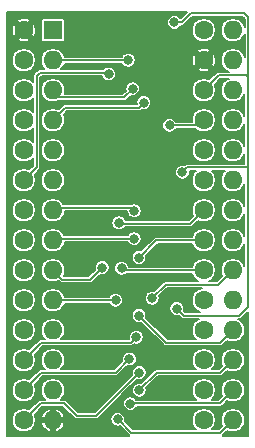
<source format=gbl>
G04 #@! TF.GenerationSoftware,KiCad,Pcbnew,(5.1.8)-1*
G04 #@! TF.CreationDate,2023-05-14T21:24:40-07:00*
G04 #@! TF.ProjectId,ROM_Emulator,524f4d5f-456d-4756-9c61-746f722e6b69,rev?*
G04 #@! TF.SameCoordinates,Original*
G04 #@! TF.FileFunction,Copper,L2,Bot*
G04 #@! TF.FilePolarity,Positive*
%FSLAX46Y46*%
G04 Gerber Fmt 4.6, Leading zero omitted, Abs format (unit mm)*
G04 Created by KiCad (PCBNEW (5.1.8)-1) date 2023-05-14 21:24:40*
%MOMM*%
%LPD*%
G01*
G04 APERTURE LIST*
G04 #@! TA.AperFunction,ComponentPad*
%ADD10C,1.600000*%
G04 #@! TD*
G04 #@! TA.AperFunction,ComponentPad*
%ADD11O,1.600000X1.600000*%
G04 #@! TD*
G04 #@! TA.AperFunction,ComponentPad*
%ADD12R,1.600000X1.600000*%
G04 #@! TD*
G04 #@! TA.AperFunction,ViaPad*
%ADD13C,0.800000*%
G04 #@! TD*
G04 #@! TA.AperFunction,Conductor*
%ADD14C,0.152400*%
G04 #@! TD*
G04 #@! TA.AperFunction,Conductor*
%ADD15C,0.100000*%
G04 #@! TD*
G04 APERTURE END LIST*
D10*
X179806600Y-116967000D03*
X164566600Y-116967000D03*
X179806600Y-114427000D03*
X179806600Y-111887000D03*
X179806600Y-109347000D03*
X179806600Y-106807000D03*
X179806600Y-104267000D03*
X179806600Y-101727000D03*
X179806600Y-99187000D03*
X179806600Y-96647000D03*
X179806600Y-94107000D03*
X179806600Y-91567000D03*
X179806600Y-89027000D03*
X179806600Y-86487000D03*
X179806600Y-83947000D03*
X164566600Y-114427000D03*
X164566600Y-111887000D03*
X164566600Y-109347000D03*
X164566600Y-106807000D03*
X164566600Y-104267000D03*
X164566600Y-101727000D03*
X164566600Y-99187000D03*
X164566600Y-96647000D03*
X164566600Y-94107000D03*
X164566600Y-91567000D03*
X164566600Y-89027000D03*
X164566600Y-86487000D03*
X164566600Y-83947000D03*
D11*
X182270400Y-83947000D03*
X167030400Y-116967000D03*
X182270400Y-86487000D03*
X167030400Y-114427000D03*
X182270400Y-89027000D03*
X167030400Y-111887000D03*
X182270400Y-91567000D03*
X167030400Y-109347000D03*
X182270400Y-94107000D03*
X167030400Y-106807000D03*
X182270400Y-96647000D03*
X167030400Y-104267000D03*
X182270400Y-99187000D03*
X167030400Y-101727000D03*
X182270400Y-101727000D03*
X167030400Y-99187000D03*
X182270400Y-104267000D03*
X167030400Y-96647000D03*
X182270400Y-106807000D03*
X167030400Y-94107000D03*
X182270400Y-109347000D03*
X167030400Y-91567000D03*
X182270400Y-111887000D03*
X167030400Y-89027000D03*
X182270400Y-114427000D03*
X167030400Y-86487000D03*
X182270400Y-116967000D03*
D12*
X167030400Y-83947000D03*
D13*
X171881800Y-84582000D03*
X170053000Y-91440000D03*
X171907200Y-97078800D03*
X170002200Y-107772200D03*
X170129200Y-115570000D03*
X175183800Y-84709000D03*
X175514000Y-97028000D03*
X169672000Y-103911400D03*
X172339000Y-106807000D03*
X171196000Y-104038400D03*
X175437800Y-106629200D03*
X173913800Y-101600000D03*
X173913800Y-99237800D03*
X174320200Y-108102400D03*
X174734220Y-90065860D03*
X174345600Y-114427000D03*
X173786800Y-88900000D03*
X173583600Y-115570000D03*
X173405800Y-86487000D03*
X172516800Y-116890800D03*
X177317400Y-83286600D03*
X177520600Y-107518200D03*
X178003200Y-95961200D03*
X174091600Y-109931200D03*
X173507400Y-111785400D03*
X174345602Y-112928400D03*
X171754800Y-87655400D03*
X172618400Y-100253800D03*
X174320200Y-103200200D03*
X172847000Y-104089200D03*
X176911000Y-91998800D03*
D14*
X167030400Y-106807000D02*
X172339000Y-106807000D01*
X167030400Y-104267000D02*
X167830399Y-105066999D01*
X167830399Y-105066999D02*
X170167401Y-105066999D01*
X170167401Y-105066999D02*
X171196000Y-104038400D01*
X181018180Y-105486200D02*
X181002940Y-105470960D01*
X177711100Y-105486200D02*
X181018180Y-105486200D01*
X177706020Y-105481120D02*
X177711100Y-105486200D01*
X176585880Y-105481120D02*
X177706020Y-105481120D01*
X175437800Y-106629200D02*
X176585880Y-105481120D01*
X181051200Y-105486200D02*
X182270400Y-104267000D01*
X181018180Y-105486200D02*
X181051200Y-105486200D01*
X167157400Y-101600000D02*
X167030400Y-101727000D01*
X173913800Y-101600000D02*
X167157400Y-101600000D01*
X167233600Y-98983800D02*
X167030400Y-99187000D01*
X173659800Y-98983800D02*
X167233600Y-98983800D01*
X173913800Y-99237800D02*
X173659800Y-98983800D01*
X176631600Y-110413800D02*
X174320200Y-108102400D01*
X181203600Y-110413800D02*
X176631600Y-110413800D01*
X182270400Y-109347000D02*
X181203600Y-110413800D01*
X168097200Y-90500200D02*
X167030400Y-91567000D01*
X174734220Y-90065860D02*
X174299880Y-90500200D01*
X174299880Y-90500200D02*
X168097200Y-90500200D01*
X175818800Y-112953800D02*
X174345600Y-114427000D01*
X181203600Y-112953800D02*
X175818800Y-112953800D01*
X182270400Y-111887000D02*
X181203600Y-112953800D01*
X167640000Y-89636600D02*
X167030400Y-89027000D01*
X173050200Y-89636600D02*
X167640000Y-89636600D01*
X173786800Y-88900000D02*
X173050200Y-89636600D01*
X173634400Y-115519200D02*
X173583600Y-115570000D01*
X181178200Y-115519200D02*
X173634400Y-115519200D01*
X182270400Y-114427000D02*
X181178200Y-115519200D01*
X173405800Y-86487000D02*
X167030400Y-86487000D01*
X173659800Y-118033800D02*
X172516800Y-116890800D01*
X181203600Y-118033800D02*
X173659800Y-118033800D01*
X182270400Y-116967000D02*
X181203600Y-118033800D01*
X179806600Y-89027000D02*
X179882800Y-89027000D01*
X177927000Y-83286600D02*
X177317400Y-83286600D01*
X178714400Y-82499200D02*
X177927000Y-83286600D01*
X183565800Y-82854800D02*
X183210200Y-82499200D01*
X183210200Y-82499200D02*
X178714400Y-82499200D01*
X183565800Y-87909400D02*
X183565800Y-82854800D01*
X183540400Y-87934800D02*
X183565800Y-87909400D01*
X183362600Y-87757000D02*
X183540400Y-87934800D01*
X181076600Y-87757000D02*
X183362600Y-87757000D01*
X179806600Y-89027000D02*
X181076600Y-87757000D01*
X178403199Y-95561201D02*
X178003200Y-95961200D01*
X183559399Y-95561201D02*
X178403199Y-95561201D01*
X183565800Y-95554800D02*
X183559399Y-95561201D01*
X183540400Y-95529400D02*
X183565800Y-95554800D01*
X183540400Y-87934800D02*
X183540400Y-95529400D01*
X183540400Y-94894400D02*
X183515000Y-94869000D01*
X183540400Y-107365800D02*
X183540400Y-94894400D01*
X182803800Y-108102400D02*
X183540400Y-107365800D01*
X178104800Y-108102400D02*
X182803800Y-108102400D01*
X177520600Y-107518200D02*
X178104800Y-108102400D01*
X166039800Y-110413800D02*
X164566600Y-111887000D01*
X173609000Y-110413800D02*
X166039800Y-110413800D01*
X174091600Y-109931200D02*
X173609000Y-110413800D01*
X172339000Y-112953800D02*
X173507400Y-111785400D01*
X166039800Y-112953800D02*
X172339000Y-112953800D01*
X164566600Y-114427000D02*
X166039800Y-112953800D01*
X170688002Y-116586000D02*
X174345602Y-112928400D01*
X169037000Y-116586000D02*
X170688002Y-116586000D01*
X167970200Y-115519200D02*
X169037000Y-116586000D01*
X166014400Y-115519200D02*
X167970200Y-115519200D01*
X164566600Y-116967000D02*
X166014400Y-115519200D01*
X165666420Y-87825580D02*
X165666420Y-95547180D01*
X165963600Y-87528400D02*
X165666420Y-87825580D01*
X165666420Y-95547180D02*
X164566600Y-96647000D01*
X171627800Y-87528400D02*
X165963600Y-87528400D01*
X171754800Y-87655400D02*
X171627800Y-87528400D01*
X178663600Y-100330000D02*
X179806600Y-99187000D01*
X172694600Y-100330000D02*
X178663600Y-100330000D01*
X172618400Y-100253800D02*
X172694600Y-100330000D01*
X174320200Y-103200200D02*
X175793400Y-101727000D01*
X175793400Y-101727000D02*
X179806600Y-101727000D01*
X179806600Y-104267000D02*
X173024800Y-104267000D01*
X173024800Y-104267000D02*
X172847000Y-104089200D01*
X179374800Y-91998800D02*
X179806600Y-91567000D01*
X176911000Y-91998800D02*
X179374800Y-91998800D01*
X177842112Y-82940436D02*
X177805666Y-82885891D01*
X177718109Y-82798334D01*
X177615154Y-82729541D01*
X177500756Y-82682156D01*
X177379312Y-82658000D01*
X177255488Y-82658000D01*
X177134044Y-82682156D01*
X177019646Y-82729541D01*
X176916691Y-82798334D01*
X176829134Y-82885891D01*
X176760341Y-82988846D01*
X176712956Y-83103244D01*
X176688800Y-83224688D01*
X176688800Y-83348512D01*
X176712956Y-83469956D01*
X176760341Y-83584354D01*
X176829134Y-83687309D01*
X176916691Y-83774866D01*
X177019646Y-83843659D01*
X177134044Y-83891044D01*
X177255488Y-83915200D01*
X177379312Y-83915200D01*
X177500756Y-83891044D01*
X177610245Y-83845692D01*
X178778000Y-83845692D01*
X178778000Y-84048308D01*
X178817528Y-84247032D01*
X178895066Y-84434225D01*
X179007634Y-84602694D01*
X179150906Y-84745966D01*
X179319375Y-84858534D01*
X179506568Y-84936072D01*
X179705292Y-84975600D01*
X179907908Y-84975600D01*
X180106632Y-84936072D01*
X180293825Y-84858534D01*
X180462294Y-84745966D01*
X180605566Y-84602694D01*
X180718134Y-84434225D01*
X180795672Y-84247032D01*
X180835200Y-84048308D01*
X180835200Y-83845692D01*
X180795672Y-83646968D01*
X180718134Y-83459775D01*
X180605566Y-83291306D01*
X180462294Y-83148034D01*
X180293825Y-83035466D01*
X180106632Y-82957928D01*
X179907908Y-82918400D01*
X179705292Y-82918400D01*
X179506568Y-82957928D01*
X179319375Y-83035466D01*
X179150906Y-83148034D01*
X179007634Y-83291306D01*
X178895066Y-83459775D01*
X178817528Y-83646968D01*
X178778000Y-83845692D01*
X177610245Y-83845692D01*
X177615154Y-83843659D01*
X177718109Y-83774866D01*
X177805666Y-83687309D01*
X177869751Y-83591400D01*
X177912042Y-83591400D01*
X177927000Y-83592873D01*
X177941958Y-83591400D01*
X177941966Y-83591400D01*
X177986751Y-83586989D01*
X178044206Y-83569560D01*
X178097157Y-83541258D01*
X178143568Y-83503168D01*
X178153112Y-83491539D01*
X178840652Y-82804000D01*
X183083949Y-82804000D01*
X183261001Y-82981053D01*
X183261001Y-83654654D01*
X183259472Y-83646968D01*
X183181934Y-83459775D01*
X183069366Y-83291306D01*
X182926094Y-83148034D01*
X182757625Y-83035466D01*
X182570432Y-82957928D01*
X182371708Y-82918400D01*
X182169092Y-82918400D01*
X181970368Y-82957928D01*
X181783175Y-83035466D01*
X181614706Y-83148034D01*
X181471434Y-83291306D01*
X181358866Y-83459775D01*
X181281328Y-83646968D01*
X181241800Y-83845692D01*
X181241800Y-84048308D01*
X181281328Y-84247032D01*
X181358866Y-84434225D01*
X181471434Y-84602694D01*
X181614706Y-84745966D01*
X181783175Y-84858534D01*
X181970368Y-84936072D01*
X182169092Y-84975600D01*
X182371708Y-84975600D01*
X182570432Y-84936072D01*
X182757625Y-84858534D01*
X182926094Y-84745966D01*
X183069366Y-84602694D01*
X183181934Y-84434225D01*
X183259472Y-84247032D01*
X183261001Y-84239346D01*
X183261000Y-86194652D01*
X183259472Y-86186968D01*
X183181934Y-85999775D01*
X183069366Y-85831306D01*
X182926094Y-85688034D01*
X182757625Y-85575466D01*
X182570432Y-85497928D01*
X182371708Y-85458400D01*
X182169092Y-85458400D01*
X181970368Y-85497928D01*
X181783175Y-85575466D01*
X181614706Y-85688034D01*
X181471434Y-85831306D01*
X181358866Y-85999775D01*
X181281328Y-86186968D01*
X181241800Y-86385692D01*
X181241800Y-86588308D01*
X181281328Y-86787032D01*
X181358866Y-86974225D01*
X181471434Y-87142694D01*
X181614706Y-87285966D01*
X181783175Y-87398534D01*
X181912736Y-87452200D01*
X181091557Y-87452200D01*
X181076599Y-87450727D01*
X181061641Y-87452200D01*
X181061634Y-87452200D01*
X181022489Y-87456055D01*
X181016848Y-87456611D01*
X181003476Y-87460668D01*
X180959394Y-87474040D01*
X180906443Y-87502342D01*
X180860032Y-87540432D01*
X180850492Y-87552056D01*
X180289057Y-88113491D01*
X180106632Y-88037928D01*
X179907908Y-87998400D01*
X179705292Y-87998400D01*
X179506568Y-88037928D01*
X179319375Y-88115466D01*
X179150906Y-88228034D01*
X179007634Y-88371306D01*
X178895066Y-88539775D01*
X178817528Y-88726968D01*
X178778000Y-88925692D01*
X178778000Y-89128308D01*
X178817528Y-89327032D01*
X178895066Y-89514225D01*
X179007634Y-89682694D01*
X179150906Y-89825966D01*
X179319375Y-89938534D01*
X179506568Y-90016072D01*
X179705292Y-90055600D01*
X179907908Y-90055600D01*
X180106632Y-90016072D01*
X180293825Y-89938534D01*
X180462294Y-89825966D01*
X180605566Y-89682694D01*
X180718134Y-89514225D01*
X180795672Y-89327032D01*
X180835200Y-89128308D01*
X180835200Y-88925692D01*
X180795672Y-88726968D01*
X180720109Y-88544543D01*
X181202852Y-88061800D01*
X181912736Y-88061800D01*
X181783175Y-88115466D01*
X181614706Y-88228034D01*
X181471434Y-88371306D01*
X181358866Y-88539775D01*
X181281328Y-88726968D01*
X181241800Y-88925692D01*
X181241800Y-89128308D01*
X181281328Y-89327032D01*
X181358866Y-89514225D01*
X181471434Y-89682694D01*
X181614706Y-89825966D01*
X181783175Y-89938534D01*
X181970368Y-90016072D01*
X182169092Y-90055600D01*
X182371708Y-90055600D01*
X182570432Y-90016072D01*
X182757625Y-89938534D01*
X182926094Y-89825966D01*
X183069366Y-89682694D01*
X183181934Y-89514225D01*
X183235600Y-89384664D01*
X183235600Y-91209337D01*
X183181934Y-91079775D01*
X183069366Y-90911306D01*
X182926094Y-90768034D01*
X182757625Y-90655466D01*
X182570432Y-90577928D01*
X182371708Y-90538400D01*
X182169092Y-90538400D01*
X181970368Y-90577928D01*
X181783175Y-90655466D01*
X181614706Y-90768034D01*
X181471434Y-90911306D01*
X181358866Y-91079775D01*
X181281328Y-91266968D01*
X181241800Y-91465692D01*
X181241800Y-91668308D01*
X181281328Y-91867032D01*
X181358866Y-92054225D01*
X181471434Y-92222694D01*
X181614706Y-92365966D01*
X181783175Y-92478534D01*
X181970368Y-92556072D01*
X182169092Y-92595600D01*
X182371708Y-92595600D01*
X182570432Y-92556072D01*
X182757625Y-92478534D01*
X182926094Y-92365966D01*
X183069366Y-92222694D01*
X183181934Y-92054225D01*
X183235601Y-91924663D01*
X183235601Y-93749338D01*
X183181934Y-93619775D01*
X183069366Y-93451306D01*
X182926094Y-93308034D01*
X182757625Y-93195466D01*
X182570432Y-93117928D01*
X182371708Y-93078400D01*
X182169092Y-93078400D01*
X181970368Y-93117928D01*
X181783175Y-93195466D01*
X181614706Y-93308034D01*
X181471434Y-93451306D01*
X181358866Y-93619775D01*
X181281328Y-93806968D01*
X181241800Y-94005692D01*
X181241800Y-94208308D01*
X181281328Y-94407032D01*
X181358866Y-94594225D01*
X181471434Y-94762694D01*
X181614706Y-94905966D01*
X181783175Y-95018534D01*
X181970368Y-95096072D01*
X182169092Y-95135600D01*
X182371708Y-95135600D01*
X182570432Y-95096072D01*
X182757625Y-95018534D01*
X182926094Y-94905966D01*
X183069366Y-94762694D01*
X183181934Y-94594225D01*
X183235601Y-94464662D01*
X183235601Y-94745133D01*
X183232040Y-94751795D01*
X183214611Y-94809249D01*
X183208727Y-94869000D01*
X183214611Y-94928751D01*
X183232040Y-94986205D01*
X183235601Y-94992867D01*
X183235601Y-95256401D01*
X178418156Y-95256401D01*
X178403198Y-95254928D01*
X178388240Y-95256401D01*
X178388233Y-95256401D01*
X178349088Y-95260256D01*
X178343447Y-95260812D01*
X178297524Y-95274743D01*
X178285993Y-95278241D01*
X178233042Y-95306543D01*
X178186631Y-95344633D01*
X178178067Y-95355068D01*
X178065112Y-95332600D01*
X177941288Y-95332600D01*
X177819844Y-95356756D01*
X177705446Y-95404141D01*
X177602491Y-95472934D01*
X177514934Y-95560491D01*
X177446141Y-95663446D01*
X177398756Y-95777844D01*
X177374600Y-95899288D01*
X177374600Y-96023112D01*
X177398756Y-96144556D01*
X177446141Y-96258954D01*
X177514934Y-96361909D01*
X177602491Y-96449466D01*
X177705446Y-96518259D01*
X177819844Y-96565644D01*
X177941288Y-96589800D01*
X178065112Y-96589800D01*
X178186556Y-96565644D01*
X178300954Y-96518259D01*
X178403909Y-96449466D01*
X178491466Y-96361909D01*
X178560259Y-96258954D01*
X178607644Y-96144556D01*
X178631800Y-96023112D01*
X178631800Y-95899288D01*
X178625179Y-95866001D01*
X179132939Y-95866001D01*
X179007634Y-95991306D01*
X178895066Y-96159775D01*
X178817528Y-96346968D01*
X178778000Y-96545692D01*
X178778000Y-96748308D01*
X178817528Y-96947032D01*
X178895066Y-97134225D01*
X179007634Y-97302694D01*
X179150906Y-97445966D01*
X179319375Y-97558534D01*
X179506568Y-97636072D01*
X179705292Y-97675600D01*
X179907908Y-97675600D01*
X180106632Y-97636072D01*
X180293825Y-97558534D01*
X180462294Y-97445966D01*
X180605566Y-97302694D01*
X180718134Y-97134225D01*
X180795672Y-96947032D01*
X180835200Y-96748308D01*
X180835200Y-96545692D01*
X180795672Y-96346968D01*
X180718134Y-96159775D01*
X180605566Y-95991306D01*
X180480261Y-95866001D01*
X181596739Y-95866001D01*
X181471434Y-95991306D01*
X181358866Y-96159775D01*
X181281328Y-96346968D01*
X181241800Y-96545692D01*
X181241800Y-96748308D01*
X181281328Y-96947032D01*
X181358866Y-97134225D01*
X181471434Y-97302694D01*
X181614706Y-97445966D01*
X181783175Y-97558534D01*
X181970368Y-97636072D01*
X182169092Y-97675600D01*
X182371708Y-97675600D01*
X182570432Y-97636072D01*
X182757625Y-97558534D01*
X182926094Y-97445966D01*
X183069366Y-97302694D01*
X183181934Y-97134225D01*
X183235601Y-97004662D01*
X183235601Y-98829338D01*
X183181934Y-98699775D01*
X183069366Y-98531306D01*
X182926094Y-98388034D01*
X182757625Y-98275466D01*
X182570432Y-98197928D01*
X182371708Y-98158400D01*
X182169092Y-98158400D01*
X181970368Y-98197928D01*
X181783175Y-98275466D01*
X181614706Y-98388034D01*
X181471434Y-98531306D01*
X181358866Y-98699775D01*
X181281328Y-98886968D01*
X181241800Y-99085692D01*
X181241800Y-99288308D01*
X181281328Y-99487032D01*
X181358866Y-99674225D01*
X181471434Y-99842694D01*
X181614706Y-99985966D01*
X181783175Y-100098534D01*
X181970368Y-100176072D01*
X182169092Y-100215600D01*
X182371708Y-100215600D01*
X182570432Y-100176072D01*
X182757625Y-100098534D01*
X182926094Y-99985966D01*
X183069366Y-99842694D01*
X183181934Y-99674225D01*
X183235601Y-99544663D01*
X183235600Y-101369337D01*
X183181934Y-101239775D01*
X183069366Y-101071306D01*
X182926094Y-100928034D01*
X182757625Y-100815466D01*
X182570432Y-100737928D01*
X182371708Y-100698400D01*
X182169092Y-100698400D01*
X181970368Y-100737928D01*
X181783175Y-100815466D01*
X181614706Y-100928034D01*
X181471434Y-101071306D01*
X181358866Y-101239775D01*
X181281328Y-101426968D01*
X181241800Y-101625692D01*
X181241800Y-101828308D01*
X181281328Y-102027032D01*
X181358866Y-102214225D01*
X181471434Y-102382694D01*
X181614706Y-102525966D01*
X181783175Y-102638534D01*
X181970368Y-102716072D01*
X182169092Y-102755600D01*
X182371708Y-102755600D01*
X182570432Y-102716072D01*
X182757625Y-102638534D01*
X182926094Y-102525966D01*
X183069366Y-102382694D01*
X183181934Y-102214225D01*
X183235600Y-102084663D01*
X183235600Y-103909337D01*
X183181934Y-103779775D01*
X183069366Y-103611306D01*
X182926094Y-103468034D01*
X182757625Y-103355466D01*
X182570432Y-103277928D01*
X182371708Y-103238400D01*
X182169092Y-103238400D01*
X181970368Y-103277928D01*
X181783175Y-103355466D01*
X181614706Y-103468034D01*
X181471434Y-103611306D01*
X181358866Y-103779775D01*
X181281328Y-103966968D01*
X181241800Y-104165692D01*
X181241800Y-104368308D01*
X181281328Y-104567032D01*
X181356891Y-104749457D01*
X180932551Y-105173798D01*
X180907492Y-105181400D01*
X180286906Y-105181400D01*
X180293825Y-105178534D01*
X180462294Y-105065966D01*
X180605566Y-104922694D01*
X180718134Y-104754225D01*
X180795672Y-104567032D01*
X180835200Y-104368308D01*
X180835200Y-104165692D01*
X180795672Y-103966968D01*
X180718134Y-103779775D01*
X180605566Y-103611306D01*
X180462294Y-103468034D01*
X180293825Y-103355466D01*
X180106632Y-103277928D01*
X179907908Y-103238400D01*
X179705292Y-103238400D01*
X179506568Y-103277928D01*
X179319375Y-103355466D01*
X179150906Y-103468034D01*
X179007634Y-103611306D01*
X178895066Y-103779775D01*
X178819503Y-103962200D01*
X173462654Y-103962200D01*
X173451444Y-103905844D01*
X173404059Y-103791446D01*
X173335266Y-103688491D01*
X173247709Y-103600934D01*
X173144754Y-103532141D01*
X173030356Y-103484756D01*
X172908912Y-103460600D01*
X172785088Y-103460600D01*
X172663644Y-103484756D01*
X172549246Y-103532141D01*
X172446291Y-103600934D01*
X172358734Y-103688491D01*
X172289941Y-103791446D01*
X172242556Y-103905844D01*
X172218400Y-104027288D01*
X172218400Y-104151112D01*
X172242556Y-104272556D01*
X172289941Y-104386954D01*
X172358734Y-104489909D01*
X172446291Y-104577466D01*
X172549246Y-104646259D01*
X172663644Y-104693644D01*
X172785088Y-104717800D01*
X172908912Y-104717800D01*
X173030356Y-104693644D01*
X173144754Y-104646259D01*
X173247709Y-104577466D01*
X173253375Y-104571800D01*
X178819503Y-104571800D01*
X178895066Y-104754225D01*
X179007634Y-104922694D01*
X179150906Y-105065966D01*
X179319375Y-105178534D01*
X179326294Y-105181400D01*
X177767976Y-105181400D01*
X177765771Y-105180731D01*
X177720986Y-105176320D01*
X177720978Y-105176320D01*
X177706020Y-105174847D01*
X177691062Y-105176320D01*
X176600837Y-105176320D01*
X176585879Y-105174847D01*
X176570921Y-105176320D01*
X176570914Y-105176320D01*
X176531769Y-105180175D01*
X176526128Y-105180731D01*
X176514680Y-105184204D01*
X176468674Y-105198160D01*
X176415723Y-105226462D01*
X176393316Y-105244852D01*
X176381692Y-105254392D01*
X176369312Y-105264552D01*
X176359772Y-105276176D01*
X175612846Y-106023103D01*
X175499712Y-106000600D01*
X175375888Y-106000600D01*
X175254444Y-106024756D01*
X175140046Y-106072141D01*
X175037091Y-106140934D01*
X174949534Y-106228491D01*
X174880741Y-106331446D01*
X174833356Y-106445844D01*
X174809200Y-106567288D01*
X174809200Y-106691112D01*
X174833356Y-106812556D01*
X174880741Y-106926954D01*
X174949534Y-107029909D01*
X175037091Y-107117466D01*
X175140046Y-107186259D01*
X175254444Y-107233644D01*
X175375888Y-107257800D01*
X175499712Y-107257800D01*
X175621156Y-107233644D01*
X175735554Y-107186259D01*
X175838509Y-107117466D01*
X175926066Y-107029909D01*
X175994859Y-106926954D01*
X176042244Y-106812556D01*
X176066400Y-106691112D01*
X176066400Y-106567288D01*
X176043897Y-106454154D01*
X176712132Y-105785920D01*
X177649144Y-105785920D01*
X177651349Y-105786589D01*
X177696134Y-105791000D01*
X177696141Y-105791000D01*
X177711099Y-105792473D01*
X177726057Y-105791000D01*
X179641946Y-105791000D01*
X179506568Y-105817928D01*
X179319375Y-105895466D01*
X179150906Y-106008034D01*
X179007634Y-106151306D01*
X178895066Y-106319775D01*
X178817528Y-106506968D01*
X178778000Y-106705692D01*
X178778000Y-106908308D01*
X178817528Y-107107032D01*
X178895066Y-107294225D01*
X179007634Y-107462694D01*
X179150906Y-107605966D01*
X179319375Y-107718534D01*
X179506568Y-107796072D01*
X179514250Y-107797600D01*
X178231053Y-107797600D01*
X178126697Y-107693245D01*
X178149200Y-107580112D01*
X178149200Y-107456288D01*
X178125044Y-107334844D01*
X178077659Y-107220446D01*
X178008866Y-107117491D01*
X177921309Y-107029934D01*
X177818354Y-106961141D01*
X177703956Y-106913756D01*
X177582512Y-106889600D01*
X177458688Y-106889600D01*
X177337244Y-106913756D01*
X177222846Y-106961141D01*
X177119891Y-107029934D01*
X177032334Y-107117491D01*
X176963541Y-107220446D01*
X176916156Y-107334844D01*
X176892000Y-107456288D01*
X176892000Y-107580112D01*
X176916156Y-107701556D01*
X176963541Y-107815954D01*
X177032334Y-107918909D01*
X177119891Y-108006466D01*
X177222846Y-108075259D01*
X177337244Y-108122644D01*
X177458688Y-108146800D01*
X177582512Y-108146800D01*
X177695645Y-108124297D01*
X177878697Y-108307350D01*
X177888232Y-108318968D01*
X177899850Y-108328503D01*
X177899856Y-108328509D01*
X177917755Y-108343198D01*
X177934643Y-108357058D01*
X177987594Y-108385360D01*
X178045049Y-108402789D01*
X178089834Y-108407200D01*
X178089842Y-108407200D01*
X178104800Y-108408673D01*
X178119758Y-108407200D01*
X179387615Y-108407200D01*
X179319375Y-108435466D01*
X179150906Y-108548034D01*
X179007634Y-108691306D01*
X178895066Y-108859775D01*
X178817528Y-109046968D01*
X178778000Y-109245692D01*
X178778000Y-109448308D01*
X178817528Y-109647032D01*
X178895066Y-109834225D01*
X179007634Y-110002694D01*
X179113940Y-110109000D01*
X176757852Y-110109000D01*
X174926297Y-108277446D01*
X174948800Y-108164312D01*
X174948800Y-108040488D01*
X174924644Y-107919044D01*
X174877259Y-107804646D01*
X174808466Y-107701691D01*
X174720909Y-107614134D01*
X174617954Y-107545341D01*
X174503556Y-107497956D01*
X174382112Y-107473800D01*
X174258288Y-107473800D01*
X174136844Y-107497956D01*
X174022446Y-107545341D01*
X173919491Y-107614134D01*
X173831934Y-107701691D01*
X173763141Y-107804646D01*
X173715756Y-107919044D01*
X173691600Y-108040488D01*
X173691600Y-108164312D01*
X173715756Y-108285756D01*
X173763141Y-108400154D01*
X173831934Y-108503109D01*
X173919491Y-108590666D01*
X174022446Y-108659459D01*
X174136844Y-108706844D01*
X174258288Y-108731000D01*
X174382112Y-108731000D01*
X174495246Y-108708497D01*
X176405492Y-110618744D01*
X176415032Y-110630368D01*
X176461443Y-110668458D01*
X176514394Y-110696760D01*
X176558476Y-110710132D01*
X176571848Y-110714189D01*
X176577489Y-110714745D01*
X176616634Y-110718600D01*
X176616641Y-110718600D01*
X176631599Y-110720073D01*
X176646557Y-110718600D01*
X181188642Y-110718600D01*
X181203600Y-110720073D01*
X181218558Y-110718600D01*
X181218566Y-110718600D01*
X181263351Y-110714189D01*
X181320806Y-110696760D01*
X181373757Y-110668458D01*
X181420168Y-110630368D01*
X181429712Y-110618739D01*
X181787943Y-110260509D01*
X181970368Y-110336072D01*
X182169092Y-110375600D01*
X182371708Y-110375600D01*
X182570432Y-110336072D01*
X182757625Y-110258534D01*
X182926094Y-110145966D01*
X183069366Y-110002694D01*
X183181934Y-109834225D01*
X183259472Y-109647032D01*
X183299000Y-109448308D01*
X183299000Y-109245692D01*
X183259472Y-109046968D01*
X183181934Y-108859775D01*
X183069366Y-108691306D01*
X182926094Y-108548034D01*
X182757625Y-108435466D01*
X182689385Y-108407200D01*
X182788842Y-108407200D01*
X182803800Y-108408673D01*
X182818758Y-108407200D01*
X182818766Y-108407200D01*
X182863551Y-108402789D01*
X182921006Y-108385360D01*
X182973957Y-108357058D01*
X183020368Y-108318968D01*
X183029912Y-108307339D01*
X183570199Y-107767053D01*
X183540613Y-118262682D01*
X181395471Y-118270637D01*
X181420168Y-118250368D01*
X181429712Y-118238739D01*
X181787943Y-117880509D01*
X181970368Y-117956072D01*
X182169092Y-117995600D01*
X182371708Y-117995600D01*
X182570432Y-117956072D01*
X182757625Y-117878534D01*
X182926094Y-117765966D01*
X183069366Y-117622694D01*
X183181934Y-117454225D01*
X183259472Y-117267032D01*
X183299000Y-117068308D01*
X183299000Y-116865692D01*
X183259472Y-116666968D01*
X183181934Y-116479775D01*
X183069366Y-116311306D01*
X182926094Y-116168034D01*
X182757625Y-116055466D01*
X182570432Y-115977928D01*
X182371708Y-115938400D01*
X182169092Y-115938400D01*
X181970368Y-115977928D01*
X181783175Y-116055466D01*
X181614706Y-116168034D01*
X181471434Y-116311306D01*
X181358866Y-116479775D01*
X181281328Y-116666968D01*
X181241800Y-116865692D01*
X181241800Y-117068308D01*
X181281328Y-117267032D01*
X181356891Y-117449457D01*
X181077349Y-117729000D01*
X180499260Y-117729000D01*
X180605566Y-117622694D01*
X180718134Y-117454225D01*
X180795672Y-117267032D01*
X180835200Y-117068308D01*
X180835200Y-116865692D01*
X180795672Y-116666968D01*
X180718134Y-116479775D01*
X180605566Y-116311306D01*
X180462294Y-116168034D01*
X180293825Y-116055466D01*
X180106632Y-115977928D01*
X179907908Y-115938400D01*
X179705292Y-115938400D01*
X179506568Y-115977928D01*
X179319375Y-116055466D01*
X179150906Y-116168034D01*
X179007634Y-116311306D01*
X178895066Y-116479775D01*
X178817528Y-116666968D01*
X178778000Y-116865692D01*
X178778000Y-117068308D01*
X178817528Y-117267032D01*
X178895066Y-117454225D01*
X179007634Y-117622694D01*
X179113940Y-117729000D01*
X173786052Y-117729000D01*
X173122897Y-117065846D01*
X173145400Y-116952712D01*
X173145400Y-116828888D01*
X173121244Y-116707444D01*
X173073859Y-116593046D01*
X173005066Y-116490091D01*
X172917509Y-116402534D01*
X172814554Y-116333741D01*
X172700156Y-116286356D01*
X172578712Y-116262200D01*
X172454888Y-116262200D01*
X172333444Y-116286356D01*
X172219046Y-116333741D01*
X172116091Y-116402534D01*
X172028534Y-116490091D01*
X171959741Y-116593046D01*
X171912356Y-116707444D01*
X171888200Y-116828888D01*
X171888200Y-116952712D01*
X171912356Y-117074156D01*
X171959741Y-117188554D01*
X172028534Y-117291509D01*
X172116091Y-117379066D01*
X172219046Y-117447859D01*
X172333444Y-117495244D01*
X172454888Y-117519400D01*
X172578712Y-117519400D01*
X172691846Y-117496897D01*
X173433692Y-118238744D01*
X173443232Y-118250368D01*
X173489643Y-118288458D01*
X173511002Y-118299874D01*
X163144200Y-118338317D01*
X163144200Y-116865692D01*
X163538000Y-116865692D01*
X163538000Y-117068308D01*
X163577528Y-117267032D01*
X163655066Y-117454225D01*
X163767634Y-117622694D01*
X163910906Y-117765966D01*
X164079375Y-117878534D01*
X164266568Y-117956072D01*
X164465292Y-117995600D01*
X164667908Y-117995600D01*
X164866632Y-117956072D01*
X165053825Y-117878534D01*
X165222294Y-117765966D01*
X165365566Y-117622694D01*
X165478134Y-117454225D01*
X165541561Y-117301097D01*
X166057570Y-117301097D01*
X166106255Y-117418658D01*
X166212126Y-117590271D01*
X166349443Y-117737932D01*
X166512929Y-117855967D01*
X166696301Y-117939839D01*
X166852600Y-117922976D01*
X166852600Y-117144800D01*
X167208200Y-117144800D01*
X167208200Y-117922976D01*
X167364499Y-117939839D01*
X167547871Y-117855967D01*
X167711357Y-117737932D01*
X167848674Y-117590271D01*
X167954545Y-117418658D01*
X168003230Y-117301097D01*
X167985440Y-117144800D01*
X167208200Y-117144800D01*
X166852600Y-117144800D01*
X166075360Y-117144800D01*
X166057570Y-117301097D01*
X165541561Y-117301097D01*
X165555672Y-117267032D01*
X165595200Y-117068308D01*
X165595200Y-116865692D01*
X165555672Y-116666968D01*
X165541562Y-116632903D01*
X166057570Y-116632903D01*
X166075360Y-116789200D01*
X166852600Y-116789200D01*
X166852600Y-116011024D01*
X167208200Y-116011024D01*
X167208200Y-116789200D01*
X167985440Y-116789200D01*
X168003230Y-116632903D01*
X167954545Y-116515342D01*
X167848674Y-116343729D01*
X167711357Y-116196068D01*
X167547871Y-116078033D01*
X167364499Y-115994161D01*
X167208200Y-116011024D01*
X166852600Y-116011024D01*
X166696301Y-115994161D01*
X166512929Y-116078033D01*
X166349443Y-116196068D01*
X166212126Y-116343729D01*
X166106255Y-116515342D01*
X166057570Y-116632903D01*
X165541562Y-116632903D01*
X165480109Y-116484543D01*
X166140652Y-115824000D01*
X167843949Y-115824000D01*
X168810892Y-116790944D01*
X168820432Y-116802568D01*
X168866843Y-116840658D01*
X168913680Y-116865692D01*
X168919794Y-116868960D01*
X168977248Y-116886389D01*
X168982889Y-116886945D01*
X169022034Y-116890800D01*
X169022041Y-116890800D01*
X169036999Y-116892273D01*
X169051957Y-116890800D01*
X170673044Y-116890800D01*
X170688002Y-116892273D01*
X170702960Y-116890800D01*
X170702968Y-116890800D01*
X170747753Y-116886389D01*
X170805208Y-116868960D01*
X170858159Y-116840658D01*
X170904570Y-116802568D01*
X170914114Y-116790939D01*
X172196965Y-115508088D01*
X172955000Y-115508088D01*
X172955000Y-115631912D01*
X172979156Y-115753356D01*
X173026541Y-115867754D01*
X173095334Y-115970709D01*
X173182891Y-116058266D01*
X173285846Y-116127059D01*
X173400244Y-116174444D01*
X173521688Y-116198600D01*
X173645512Y-116198600D01*
X173766956Y-116174444D01*
X173881354Y-116127059D01*
X173984309Y-116058266D01*
X174071866Y-115970709D01*
X174140659Y-115867754D01*
X174158782Y-115824000D01*
X181163242Y-115824000D01*
X181178200Y-115825473D01*
X181193158Y-115824000D01*
X181193166Y-115824000D01*
X181237951Y-115819589D01*
X181295406Y-115802160D01*
X181348357Y-115773858D01*
X181394768Y-115735768D01*
X181404312Y-115724139D01*
X181787943Y-115340509D01*
X181970368Y-115416072D01*
X182169092Y-115455600D01*
X182371708Y-115455600D01*
X182570432Y-115416072D01*
X182757625Y-115338534D01*
X182926094Y-115225966D01*
X183069366Y-115082694D01*
X183181934Y-114914225D01*
X183259472Y-114727032D01*
X183299000Y-114528308D01*
X183299000Y-114325692D01*
X183259472Y-114126968D01*
X183181934Y-113939775D01*
X183069366Y-113771306D01*
X182926094Y-113628034D01*
X182757625Y-113515466D01*
X182570432Y-113437928D01*
X182371708Y-113398400D01*
X182169092Y-113398400D01*
X181970368Y-113437928D01*
X181783175Y-113515466D01*
X181614706Y-113628034D01*
X181471434Y-113771306D01*
X181358866Y-113939775D01*
X181281328Y-114126968D01*
X181241800Y-114325692D01*
X181241800Y-114528308D01*
X181281328Y-114727032D01*
X181356891Y-114909457D01*
X181051949Y-115214400D01*
X180473860Y-115214400D01*
X180605566Y-115082694D01*
X180718134Y-114914225D01*
X180795672Y-114727032D01*
X180835200Y-114528308D01*
X180835200Y-114325692D01*
X180795672Y-114126968D01*
X180718134Y-113939775D01*
X180605566Y-113771306D01*
X180462294Y-113628034D01*
X180293825Y-113515466D01*
X180106632Y-113437928D01*
X179907908Y-113398400D01*
X179705292Y-113398400D01*
X179506568Y-113437928D01*
X179319375Y-113515466D01*
X179150906Y-113628034D01*
X179007634Y-113771306D01*
X178895066Y-113939775D01*
X178817528Y-114126968D01*
X178778000Y-114325692D01*
X178778000Y-114528308D01*
X178817528Y-114727032D01*
X178895066Y-114914225D01*
X179007634Y-115082694D01*
X179139340Y-115214400D01*
X174102007Y-115214400D01*
X174071866Y-115169291D01*
X173984309Y-115081734D01*
X173881354Y-115012941D01*
X173766956Y-114965556D01*
X173645512Y-114941400D01*
X173521688Y-114941400D01*
X173400244Y-114965556D01*
X173285846Y-115012941D01*
X173182891Y-115081734D01*
X173095334Y-115169291D01*
X173026541Y-115272246D01*
X172979156Y-115386644D01*
X172955000Y-115508088D01*
X172196965Y-115508088D01*
X173339966Y-114365088D01*
X173717000Y-114365088D01*
X173717000Y-114488912D01*
X173741156Y-114610356D01*
X173788541Y-114724754D01*
X173857334Y-114827709D01*
X173944891Y-114915266D01*
X174047846Y-114984059D01*
X174162244Y-115031444D01*
X174283688Y-115055600D01*
X174407512Y-115055600D01*
X174528956Y-115031444D01*
X174643354Y-114984059D01*
X174746309Y-114915266D01*
X174833866Y-114827709D01*
X174902659Y-114724754D01*
X174950044Y-114610356D01*
X174974200Y-114488912D01*
X174974200Y-114365088D01*
X174951697Y-114251954D01*
X175945052Y-113258600D01*
X181188642Y-113258600D01*
X181203600Y-113260073D01*
X181218558Y-113258600D01*
X181218566Y-113258600D01*
X181263351Y-113254189D01*
X181320806Y-113236760D01*
X181373757Y-113208458D01*
X181420168Y-113170368D01*
X181429712Y-113158739D01*
X181787943Y-112800509D01*
X181970368Y-112876072D01*
X182169092Y-112915600D01*
X182371708Y-112915600D01*
X182570432Y-112876072D01*
X182757625Y-112798534D01*
X182926094Y-112685966D01*
X183069366Y-112542694D01*
X183181934Y-112374225D01*
X183259472Y-112187032D01*
X183299000Y-111988308D01*
X183299000Y-111785692D01*
X183259472Y-111586968D01*
X183181934Y-111399775D01*
X183069366Y-111231306D01*
X182926094Y-111088034D01*
X182757625Y-110975466D01*
X182570432Y-110897928D01*
X182371708Y-110858400D01*
X182169092Y-110858400D01*
X181970368Y-110897928D01*
X181783175Y-110975466D01*
X181614706Y-111088034D01*
X181471434Y-111231306D01*
X181358866Y-111399775D01*
X181281328Y-111586968D01*
X181241800Y-111785692D01*
X181241800Y-111988308D01*
X181281328Y-112187032D01*
X181356891Y-112369457D01*
X181077349Y-112649000D01*
X180499260Y-112649000D01*
X180605566Y-112542694D01*
X180718134Y-112374225D01*
X180795672Y-112187032D01*
X180835200Y-111988308D01*
X180835200Y-111785692D01*
X180795672Y-111586968D01*
X180718134Y-111399775D01*
X180605566Y-111231306D01*
X180462294Y-111088034D01*
X180293825Y-110975466D01*
X180106632Y-110897928D01*
X179907908Y-110858400D01*
X179705292Y-110858400D01*
X179506568Y-110897928D01*
X179319375Y-110975466D01*
X179150906Y-111088034D01*
X179007634Y-111231306D01*
X178895066Y-111399775D01*
X178817528Y-111586968D01*
X178778000Y-111785692D01*
X178778000Y-111988308D01*
X178817528Y-112187032D01*
X178895066Y-112374225D01*
X179007634Y-112542694D01*
X179113940Y-112649000D01*
X175833757Y-112649000D01*
X175818799Y-112647527D01*
X175803841Y-112649000D01*
X175803834Y-112649000D01*
X175764689Y-112652855D01*
X175759048Y-112653411D01*
X175741619Y-112658698D01*
X175701594Y-112670840D01*
X175648643Y-112699142D01*
X175602232Y-112737232D01*
X175592692Y-112748856D01*
X174520646Y-113820903D01*
X174407512Y-113798400D01*
X174283688Y-113798400D01*
X174162244Y-113822556D01*
X174047846Y-113869941D01*
X173944891Y-113938734D01*
X173857334Y-114026291D01*
X173788541Y-114129246D01*
X173741156Y-114243644D01*
X173717000Y-114365088D01*
X173339966Y-114365088D01*
X174170558Y-113534497D01*
X174283690Y-113557000D01*
X174407514Y-113557000D01*
X174528958Y-113532844D01*
X174643356Y-113485459D01*
X174746311Y-113416666D01*
X174833868Y-113329109D01*
X174902661Y-113226154D01*
X174950046Y-113111756D01*
X174974202Y-112990312D01*
X174974202Y-112866488D01*
X174950046Y-112745044D01*
X174902661Y-112630646D01*
X174833868Y-112527691D01*
X174746311Y-112440134D01*
X174643356Y-112371341D01*
X174528958Y-112323956D01*
X174407514Y-112299800D01*
X174283690Y-112299800D01*
X174162246Y-112323956D01*
X174047848Y-112371341D01*
X173944893Y-112440134D01*
X173857336Y-112527691D01*
X173788543Y-112630646D01*
X173741158Y-112745044D01*
X173717002Y-112866488D01*
X173717002Y-112990312D01*
X173739505Y-113103444D01*
X170561751Y-116281200D01*
X169163252Y-116281200D01*
X168196312Y-115314261D01*
X168186768Y-115302632D01*
X168140357Y-115264542D01*
X168087406Y-115236240D01*
X168029951Y-115218811D01*
X167985166Y-115214400D01*
X167985158Y-115214400D01*
X167970200Y-115212927D01*
X167955242Y-115214400D01*
X167697660Y-115214400D01*
X167829366Y-115082694D01*
X167941934Y-114914225D01*
X168019472Y-114727032D01*
X168059000Y-114528308D01*
X168059000Y-114325692D01*
X168019472Y-114126968D01*
X167941934Y-113939775D01*
X167829366Y-113771306D01*
X167686094Y-113628034D01*
X167517625Y-113515466D01*
X167330432Y-113437928D01*
X167131708Y-113398400D01*
X166929092Y-113398400D01*
X166730368Y-113437928D01*
X166543175Y-113515466D01*
X166374706Y-113628034D01*
X166231434Y-113771306D01*
X166118866Y-113939775D01*
X166041328Y-114126968D01*
X166001800Y-114325692D01*
X166001800Y-114528308D01*
X166041328Y-114727032D01*
X166118866Y-114914225D01*
X166231434Y-115082694D01*
X166363140Y-115214400D01*
X166029357Y-115214400D01*
X166014399Y-115212927D01*
X165999441Y-115214400D01*
X165999434Y-115214400D01*
X165960289Y-115218255D01*
X165954648Y-115218811D01*
X165937219Y-115224098D01*
X165897194Y-115236240D01*
X165844243Y-115264542D01*
X165797832Y-115302632D01*
X165788292Y-115314256D01*
X165049057Y-116053491D01*
X164866632Y-115977928D01*
X164667908Y-115938400D01*
X164465292Y-115938400D01*
X164266568Y-115977928D01*
X164079375Y-116055466D01*
X163910906Y-116168034D01*
X163767634Y-116311306D01*
X163655066Y-116479775D01*
X163577528Y-116666968D01*
X163538000Y-116865692D01*
X163144200Y-116865692D01*
X163144200Y-114325692D01*
X163538000Y-114325692D01*
X163538000Y-114528308D01*
X163577528Y-114727032D01*
X163655066Y-114914225D01*
X163767634Y-115082694D01*
X163910906Y-115225966D01*
X164079375Y-115338534D01*
X164266568Y-115416072D01*
X164465292Y-115455600D01*
X164667908Y-115455600D01*
X164866632Y-115416072D01*
X165053825Y-115338534D01*
X165222294Y-115225966D01*
X165365566Y-115082694D01*
X165478134Y-114914225D01*
X165555672Y-114727032D01*
X165595200Y-114528308D01*
X165595200Y-114325692D01*
X165555672Y-114126968D01*
X165480109Y-113944543D01*
X166166052Y-113258600D01*
X172324042Y-113258600D01*
X172339000Y-113260073D01*
X172353958Y-113258600D01*
X172353966Y-113258600D01*
X172398751Y-113254189D01*
X172456206Y-113236760D01*
X172509157Y-113208458D01*
X172555568Y-113170368D01*
X172565112Y-113158739D01*
X173332355Y-112391497D01*
X173445488Y-112414000D01*
X173569312Y-112414000D01*
X173690756Y-112389844D01*
X173805154Y-112342459D01*
X173908109Y-112273666D01*
X173995666Y-112186109D01*
X174064459Y-112083154D01*
X174111844Y-111968756D01*
X174136000Y-111847312D01*
X174136000Y-111723488D01*
X174111844Y-111602044D01*
X174064459Y-111487646D01*
X173995666Y-111384691D01*
X173908109Y-111297134D01*
X173805154Y-111228341D01*
X173690756Y-111180956D01*
X173569312Y-111156800D01*
X173445488Y-111156800D01*
X173324044Y-111180956D01*
X173209646Y-111228341D01*
X173106691Y-111297134D01*
X173019134Y-111384691D01*
X172950341Y-111487646D01*
X172902956Y-111602044D01*
X172878800Y-111723488D01*
X172878800Y-111847312D01*
X172901303Y-111960445D01*
X172212749Y-112649000D01*
X167723060Y-112649000D01*
X167829366Y-112542694D01*
X167941934Y-112374225D01*
X168019472Y-112187032D01*
X168059000Y-111988308D01*
X168059000Y-111785692D01*
X168019472Y-111586968D01*
X167941934Y-111399775D01*
X167829366Y-111231306D01*
X167686094Y-111088034D01*
X167517625Y-110975466D01*
X167330432Y-110897928D01*
X167131708Y-110858400D01*
X166929092Y-110858400D01*
X166730368Y-110897928D01*
X166543175Y-110975466D01*
X166374706Y-111088034D01*
X166231434Y-111231306D01*
X166118866Y-111399775D01*
X166041328Y-111586968D01*
X166001800Y-111785692D01*
X166001800Y-111988308D01*
X166041328Y-112187032D01*
X166118866Y-112374225D01*
X166231434Y-112542694D01*
X166337740Y-112649000D01*
X166054757Y-112649000D01*
X166039799Y-112647527D01*
X166024841Y-112649000D01*
X166024834Y-112649000D01*
X165985689Y-112652855D01*
X165980048Y-112653411D01*
X165962619Y-112658698D01*
X165922594Y-112670840D01*
X165869643Y-112699142D01*
X165823232Y-112737232D01*
X165813692Y-112748856D01*
X165049057Y-113513491D01*
X164866632Y-113437928D01*
X164667908Y-113398400D01*
X164465292Y-113398400D01*
X164266568Y-113437928D01*
X164079375Y-113515466D01*
X163910906Y-113628034D01*
X163767634Y-113771306D01*
X163655066Y-113939775D01*
X163577528Y-114126968D01*
X163538000Y-114325692D01*
X163144200Y-114325692D01*
X163144200Y-111785692D01*
X163538000Y-111785692D01*
X163538000Y-111988308D01*
X163577528Y-112187032D01*
X163655066Y-112374225D01*
X163767634Y-112542694D01*
X163910906Y-112685966D01*
X164079375Y-112798534D01*
X164266568Y-112876072D01*
X164465292Y-112915600D01*
X164667908Y-112915600D01*
X164866632Y-112876072D01*
X165053825Y-112798534D01*
X165222294Y-112685966D01*
X165365566Y-112542694D01*
X165478134Y-112374225D01*
X165555672Y-112187032D01*
X165595200Y-111988308D01*
X165595200Y-111785692D01*
X165555672Y-111586968D01*
X165480109Y-111404543D01*
X166166052Y-110718600D01*
X173594042Y-110718600D01*
X173609000Y-110720073D01*
X173623958Y-110718600D01*
X173623966Y-110718600D01*
X173668751Y-110714189D01*
X173726206Y-110696760D01*
X173779157Y-110668458D01*
X173825568Y-110630368D01*
X173835112Y-110618739D01*
X173916554Y-110537297D01*
X174029688Y-110559800D01*
X174153512Y-110559800D01*
X174274956Y-110535644D01*
X174389354Y-110488259D01*
X174492309Y-110419466D01*
X174579866Y-110331909D01*
X174648659Y-110228954D01*
X174696044Y-110114556D01*
X174720200Y-109993112D01*
X174720200Y-109869288D01*
X174696044Y-109747844D01*
X174648659Y-109633446D01*
X174579866Y-109530491D01*
X174492309Y-109442934D01*
X174389354Y-109374141D01*
X174274956Y-109326756D01*
X174153512Y-109302600D01*
X174029688Y-109302600D01*
X173908244Y-109326756D01*
X173793846Y-109374141D01*
X173690891Y-109442934D01*
X173603334Y-109530491D01*
X173534541Y-109633446D01*
X173487156Y-109747844D01*
X173463000Y-109869288D01*
X173463000Y-109993112D01*
X173485503Y-110106246D01*
X173482749Y-110109000D01*
X167723060Y-110109000D01*
X167829366Y-110002694D01*
X167941934Y-109834225D01*
X168019472Y-109647032D01*
X168059000Y-109448308D01*
X168059000Y-109245692D01*
X168019472Y-109046968D01*
X167941934Y-108859775D01*
X167829366Y-108691306D01*
X167686094Y-108548034D01*
X167517625Y-108435466D01*
X167330432Y-108357928D01*
X167131708Y-108318400D01*
X166929092Y-108318400D01*
X166730368Y-108357928D01*
X166543175Y-108435466D01*
X166374706Y-108548034D01*
X166231434Y-108691306D01*
X166118866Y-108859775D01*
X166041328Y-109046968D01*
X166001800Y-109245692D01*
X166001800Y-109448308D01*
X166041328Y-109647032D01*
X166118866Y-109834225D01*
X166231434Y-110002694D01*
X166337740Y-110109000D01*
X166054757Y-110109000D01*
X166039799Y-110107527D01*
X166024841Y-110109000D01*
X166024834Y-110109000D01*
X165985689Y-110112855D01*
X165980048Y-110113411D01*
X165976274Y-110114556D01*
X165922594Y-110130840D01*
X165869643Y-110159142D01*
X165823232Y-110197232D01*
X165813692Y-110208856D01*
X165049057Y-110973491D01*
X164866632Y-110897928D01*
X164667908Y-110858400D01*
X164465292Y-110858400D01*
X164266568Y-110897928D01*
X164079375Y-110975466D01*
X163910906Y-111088034D01*
X163767634Y-111231306D01*
X163655066Y-111399775D01*
X163577528Y-111586968D01*
X163538000Y-111785692D01*
X163144200Y-111785692D01*
X163144200Y-109245692D01*
X163538000Y-109245692D01*
X163538000Y-109448308D01*
X163577528Y-109647032D01*
X163655066Y-109834225D01*
X163767634Y-110002694D01*
X163910906Y-110145966D01*
X164079375Y-110258534D01*
X164266568Y-110336072D01*
X164465292Y-110375600D01*
X164667908Y-110375600D01*
X164866632Y-110336072D01*
X165053825Y-110258534D01*
X165222294Y-110145966D01*
X165365566Y-110002694D01*
X165478134Y-109834225D01*
X165555672Y-109647032D01*
X165595200Y-109448308D01*
X165595200Y-109245692D01*
X165555672Y-109046968D01*
X165478134Y-108859775D01*
X165365566Y-108691306D01*
X165222294Y-108548034D01*
X165053825Y-108435466D01*
X164866632Y-108357928D01*
X164667908Y-108318400D01*
X164465292Y-108318400D01*
X164266568Y-108357928D01*
X164079375Y-108435466D01*
X163910906Y-108548034D01*
X163767634Y-108691306D01*
X163655066Y-108859775D01*
X163577528Y-109046968D01*
X163538000Y-109245692D01*
X163144200Y-109245692D01*
X163144200Y-106705692D01*
X163538000Y-106705692D01*
X163538000Y-106908308D01*
X163577528Y-107107032D01*
X163655066Y-107294225D01*
X163767634Y-107462694D01*
X163910906Y-107605966D01*
X164079375Y-107718534D01*
X164266568Y-107796072D01*
X164465292Y-107835600D01*
X164667908Y-107835600D01*
X164866632Y-107796072D01*
X165053825Y-107718534D01*
X165222294Y-107605966D01*
X165365566Y-107462694D01*
X165478134Y-107294225D01*
X165555672Y-107107032D01*
X165595200Y-106908308D01*
X165595200Y-106705692D01*
X166001800Y-106705692D01*
X166001800Y-106908308D01*
X166041328Y-107107032D01*
X166118866Y-107294225D01*
X166231434Y-107462694D01*
X166374706Y-107605966D01*
X166543175Y-107718534D01*
X166730368Y-107796072D01*
X166929092Y-107835600D01*
X167131708Y-107835600D01*
X167330432Y-107796072D01*
X167517625Y-107718534D01*
X167686094Y-107605966D01*
X167829366Y-107462694D01*
X167941934Y-107294225D01*
X168017497Y-107111800D01*
X171786649Y-107111800D01*
X171850734Y-107207709D01*
X171938291Y-107295266D01*
X172041246Y-107364059D01*
X172155644Y-107411444D01*
X172277088Y-107435600D01*
X172400912Y-107435600D01*
X172522356Y-107411444D01*
X172636754Y-107364059D01*
X172739709Y-107295266D01*
X172827266Y-107207709D01*
X172896059Y-107104754D01*
X172943444Y-106990356D01*
X172967600Y-106868912D01*
X172967600Y-106745088D01*
X172943444Y-106623644D01*
X172896059Y-106509246D01*
X172827266Y-106406291D01*
X172739709Y-106318734D01*
X172636754Y-106249941D01*
X172522356Y-106202556D01*
X172400912Y-106178400D01*
X172277088Y-106178400D01*
X172155644Y-106202556D01*
X172041246Y-106249941D01*
X171938291Y-106318734D01*
X171850734Y-106406291D01*
X171786649Y-106502200D01*
X168017497Y-106502200D01*
X167941934Y-106319775D01*
X167829366Y-106151306D01*
X167686094Y-106008034D01*
X167517625Y-105895466D01*
X167330432Y-105817928D01*
X167131708Y-105778400D01*
X166929092Y-105778400D01*
X166730368Y-105817928D01*
X166543175Y-105895466D01*
X166374706Y-106008034D01*
X166231434Y-106151306D01*
X166118866Y-106319775D01*
X166041328Y-106506968D01*
X166001800Y-106705692D01*
X165595200Y-106705692D01*
X165555672Y-106506968D01*
X165478134Y-106319775D01*
X165365566Y-106151306D01*
X165222294Y-106008034D01*
X165053825Y-105895466D01*
X164866632Y-105817928D01*
X164667908Y-105778400D01*
X164465292Y-105778400D01*
X164266568Y-105817928D01*
X164079375Y-105895466D01*
X163910906Y-106008034D01*
X163767634Y-106151306D01*
X163655066Y-106319775D01*
X163577528Y-106506968D01*
X163538000Y-106705692D01*
X163144200Y-106705692D01*
X163144200Y-104165692D01*
X163538000Y-104165692D01*
X163538000Y-104368308D01*
X163577528Y-104567032D01*
X163655066Y-104754225D01*
X163767634Y-104922694D01*
X163910906Y-105065966D01*
X164079375Y-105178534D01*
X164266568Y-105256072D01*
X164465292Y-105295600D01*
X164667908Y-105295600D01*
X164866632Y-105256072D01*
X165053825Y-105178534D01*
X165222294Y-105065966D01*
X165365566Y-104922694D01*
X165478134Y-104754225D01*
X165555672Y-104567032D01*
X165595200Y-104368308D01*
X165595200Y-104165692D01*
X166001800Y-104165692D01*
X166001800Y-104368308D01*
X166041328Y-104567032D01*
X166118866Y-104754225D01*
X166231434Y-104922694D01*
X166374706Y-105065966D01*
X166543175Y-105178534D01*
X166730368Y-105256072D01*
X166929092Y-105295600D01*
X167131708Y-105295600D01*
X167330432Y-105256072D01*
X167512857Y-105180509D01*
X167604291Y-105271943D01*
X167613831Y-105283567D01*
X167660242Y-105321657D01*
X167713193Y-105349959D01*
X167753218Y-105362101D01*
X167770647Y-105367388D01*
X167776288Y-105367944D01*
X167815433Y-105371799D01*
X167815440Y-105371799D01*
X167830398Y-105373272D01*
X167845356Y-105371799D01*
X170152443Y-105371799D01*
X170167401Y-105373272D01*
X170182359Y-105371799D01*
X170182367Y-105371799D01*
X170227152Y-105367388D01*
X170284607Y-105349959D01*
X170337558Y-105321657D01*
X170383969Y-105283567D01*
X170393513Y-105271938D01*
X171020955Y-104644497D01*
X171134088Y-104667000D01*
X171257912Y-104667000D01*
X171379356Y-104642844D01*
X171493754Y-104595459D01*
X171596709Y-104526666D01*
X171684266Y-104439109D01*
X171753059Y-104336154D01*
X171800444Y-104221756D01*
X171824600Y-104100312D01*
X171824600Y-103976488D01*
X171800444Y-103855044D01*
X171753059Y-103740646D01*
X171684266Y-103637691D01*
X171596709Y-103550134D01*
X171493754Y-103481341D01*
X171379356Y-103433956D01*
X171257912Y-103409800D01*
X171134088Y-103409800D01*
X171012644Y-103433956D01*
X170898246Y-103481341D01*
X170795291Y-103550134D01*
X170707734Y-103637691D01*
X170638941Y-103740646D01*
X170591556Y-103855044D01*
X170567400Y-103976488D01*
X170567400Y-104100312D01*
X170589903Y-104213445D01*
X170041150Y-104762199D01*
X167956651Y-104762199D01*
X167943909Y-104749457D01*
X168019472Y-104567032D01*
X168059000Y-104368308D01*
X168059000Y-104165692D01*
X168019472Y-103966968D01*
X167941934Y-103779775D01*
X167829366Y-103611306D01*
X167686094Y-103468034D01*
X167517625Y-103355466D01*
X167330432Y-103277928D01*
X167131708Y-103238400D01*
X166929092Y-103238400D01*
X166730368Y-103277928D01*
X166543175Y-103355466D01*
X166374706Y-103468034D01*
X166231434Y-103611306D01*
X166118866Y-103779775D01*
X166041328Y-103966968D01*
X166001800Y-104165692D01*
X165595200Y-104165692D01*
X165555672Y-103966968D01*
X165478134Y-103779775D01*
X165365566Y-103611306D01*
X165222294Y-103468034D01*
X165053825Y-103355466D01*
X164866632Y-103277928D01*
X164667908Y-103238400D01*
X164465292Y-103238400D01*
X164266568Y-103277928D01*
X164079375Y-103355466D01*
X163910906Y-103468034D01*
X163767634Y-103611306D01*
X163655066Y-103779775D01*
X163577528Y-103966968D01*
X163538000Y-104165692D01*
X163144200Y-104165692D01*
X163144200Y-103138288D01*
X173691600Y-103138288D01*
X173691600Y-103262112D01*
X173715756Y-103383556D01*
X173763141Y-103497954D01*
X173831934Y-103600909D01*
X173919491Y-103688466D01*
X174022446Y-103757259D01*
X174136844Y-103804644D01*
X174258288Y-103828800D01*
X174382112Y-103828800D01*
X174503556Y-103804644D01*
X174617954Y-103757259D01*
X174720909Y-103688466D01*
X174808466Y-103600909D01*
X174877259Y-103497954D01*
X174924644Y-103383556D01*
X174948800Y-103262112D01*
X174948800Y-103138288D01*
X174926297Y-103025154D01*
X175919652Y-102031800D01*
X178819503Y-102031800D01*
X178895066Y-102214225D01*
X179007634Y-102382694D01*
X179150906Y-102525966D01*
X179319375Y-102638534D01*
X179506568Y-102716072D01*
X179705292Y-102755600D01*
X179907908Y-102755600D01*
X180106632Y-102716072D01*
X180293825Y-102638534D01*
X180462294Y-102525966D01*
X180605566Y-102382694D01*
X180718134Y-102214225D01*
X180795672Y-102027032D01*
X180835200Y-101828308D01*
X180835200Y-101625692D01*
X180795672Y-101426968D01*
X180718134Y-101239775D01*
X180605566Y-101071306D01*
X180462294Y-100928034D01*
X180293825Y-100815466D01*
X180106632Y-100737928D01*
X179907908Y-100698400D01*
X179705292Y-100698400D01*
X179506568Y-100737928D01*
X179319375Y-100815466D01*
X179150906Y-100928034D01*
X179007634Y-101071306D01*
X178895066Y-101239775D01*
X178819503Y-101422200D01*
X175808357Y-101422200D01*
X175793399Y-101420727D01*
X175778441Y-101422200D01*
X175778434Y-101422200D01*
X175739289Y-101426055D01*
X175733648Y-101426611D01*
X175722991Y-101429844D01*
X175676194Y-101444040D01*
X175623243Y-101472342D01*
X175576832Y-101510432D01*
X175567292Y-101522056D01*
X174495246Y-102594103D01*
X174382112Y-102571600D01*
X174258288Y-102571600D01*
X174136844Y-102595756D01*
X174022446Y-102643141D01*
X173919491Y-102711934D01*
X173831934Y-102799491D01*
X173763141Y-102902446D01*
X173715756Y-103016844D01*
X173691600Y-103138288D01*
X163144200Y-103138288D01*
X163144200Y-101625692D01*
X163538000Y-101625692D01*
X163538000Y-101828308D01*
X163577528Y-102027032D01*
X163655066Y-102214225D01*
X163767634Y-102382694D01*
X163910906Y-102525966D01*
X164079375Y-102638534D01*
X164266568Y-102716072D01*
X164465292Y-102755600D01*
X164667908Y-102755600D01*
X164866632Y-102716072D01*
X165053825Y-102638534D01*
X165222294Y-102525966D01*
X165365566Y-102382694D01*
X165478134Y-102214225D01*
X165555672Y-102027032D01*
X165595200Y-101828308D01*
X165595200Y-101625692D01*
X166001800Y-101625692D01*
X166001800Y-101828308D01*
X166041328Y-102027032D01*
X166118866Y-102214225D01*
X166231434Y-102382694D01*
X166374706Y-102525966D01*
X166543175Y-102638534D01*
X166730368Y-102716072D01*
X166929092Y-102755600D01*
X167131708Y-102755600D01*
X167330432Y-102716072D01*
X167517625Y-102638534D01*
X167686094Y-102525966D01*
X167829366Y-102382694D01*
X167941934Y-102214225D01*
X168019472Y-102027032D01*
X168043785Y-101904800D01*
X173361449Y-101904800D01*
X173425534Y-102000709D01*
X173513091Y-102088266D01*
X173616046Y-102157059D01*
X173730444Y-102204444D01*
X173851888Y-102228600D01*
X173975712Y-102228600D01*
X174097156Y-102204444D01*
X174211554Y-102157059D01*
X174314509Y-102088266D01*
X174402066Y-102000709D01*
X174470859Y-101897754D01*
X174518244Y-101783356D01*
X174542400Y-101661912D01*
X174542400Y-101538088D01*
X174518244Y-101416644D01*
X174470859Y-101302246D01*
X174402066Y-101199291D01*
X174314509Y-101111734D01*
X174211554Y-101042941D01*
X174097156Y-100995556D01*
X173975712Y-100971400D01*
X173851888Y-100971400D01*
X173730444Y-100995556D01*
X173616046Y-101042941D01*
X173513091Y-101111734D01*
X173425534Y-101199291D01*
X173361449Y-101295200D01*
X167964892Y-101295200D01*
X167941934Y-101239775D01*
X167829366Y-101071306D01*
X167686094Y-100928034D01*
X167517625Y-100815466D01*
X167330432Y-100737928D01*
X167131708Y-100698400D01*
X166929092Y-100698400D01*
X166730368Y-100737928D01*
X166543175Y-100815466D01*
X166374706Y-100928034D01*
X166231434Y-101071306D01*
X166118866Y-101239775D01*
X166041328Y-101426968D01*
X166001800Y-101625692D01*
X165595200Y-101625692D01*
X165555672Y-101426968D01*
X165478134Y-101239775D01*
X165365566Y-101071306D01*
X165222294Y-100928034D01*
X165053825Y-100815466D01*
X164866632Y-100737928D01*
X164667908Y-100698400D01*
X164465292Y-100698400D01*
X164266568Y-100737928D01*
X164079375Y-100815466D01*
X163910906Y-100928034D01*
X163767634Y-101071306D01*
X163655066Y-101239775D01*
X163577528Y-101426968D01*
X163538000Y-101625692D01*
X163144200Y-101625692D01*
X163144200Y-99085692D01*
X163538000Y-99085692D01*
X163538000Y-99288308D01*
X163577528Y-99487032D01*
X163655066Y-99674225D01*
X163767634Y-99842694D01*
X163910906Y-99985966D01*
X164079375Y-100098534D01*
X164266568Y-100176072D01*
X164465292Y-100215600D01*
X164667908Y-100215600D01*
X164866632Y-100176072D01*
X165053825Y-100098534D01*
X165222294Y-99985966D01*
X165365566Y-99842694D01*
X165478134Y-99674225D01*
X165555672Y-99487032D01*
X165595200Y-99288308D01*
X165595200Y-99085692D01*
X166001800Y-99085692D01*
X166001800Y-99288308D01*
X166041328Y-99487032D01*
X166118866Y-99674225D01*
X166231434Y-99842694D01*
X166374706Y-99985966D01*
X166543175Y-100098534D01*
X166730368Y-100176072D01*
X166929092Y-100215600D01*
X167131708Y-100215600D01*
X167250918Y-100191888D01*
X171989800Y-100191888D01*
X171989800Y-100315712D01*
X172013956Y-100437156D01*
X172061341Y-100551554D01*
X172130134Y-100654509D01*
X172217691Y-100742066D01*
X172320646Y-100810859D01*
X172435044Y-100858244D01*
X172556488Y-100882400D01*
X172680312Y-100882400D01*
X172801756Y-100858244D01*
X172916154Y-100810859D01*
X173019109Y-100742066D01*
X173106666Y-100654509D01*
X173119835Y-100634800D01*
X178648642Y-100634800D01*
X178663600Y-100636273D01*
X178678558Y-100634800D01*
X178678566Y-100634800D01*
X178723351Y-100630389D01*
X178780806Y-100612960D01*
X178833757Y-100584658D01*
X178880168Y-100546568D01*
X178889712Y-100534939D01*
X179324143Y-100100509D01*
X179506568Y-100176072D01*
X179705292Y-100215600D01*
X179907908Y-100215600D01*
X180106632Y-100176072D01*
X180293825Y-100098534D01*
X180462294Y-99985966D01*
X180605566Y-99842694D01*
X180718134Y-99674225D01*
X180795672Y-99487032D01*
X180835200Y-99288308D01*
X180835200Y-99085692D01*
X180795672Y-98886968D01*
X180718134Y-98699775D01*
X180605566Y-98531306D01*
X180462294Y-98388034D01*
X180293825Y-98275466D01*
X180106632Y-98197928D01*
X179907908Y-98158400D01*
X179705292Y-98158400D01*
X179506568Y-98197928D01*
X179319375Y-98275466D01*
X179150906Y-98388034D01*
X179007634Y-98531306D01*
X178895066Y-98699775D01*
X178817528Y-98886968D01*
X178778000Y-99085692D01*
X178778000Y-99288308D01*
X178817528Y-99487032D01*
X178893091Y-99669457D01*
X178537349Y-100025200D01*
X173204103Y-100025200D01*
X173175459Y-99956046D01*
X173106666Y-99853091D01*
X173019109Y-99765534D01*
X172916154Y-99696741D01*
X172801756Y-99649356D01*
X172680312Y-99625200D01*
X172556488Y-99625200D01*
X172435044Y-99649356D01*
X172320646Y-99696741D01*
X172217691Y-99765534D01*
X172130134Y-99853091D01*
X172061341Y-99956046D01*
X172013956Y-100070444D01*
X171989800Y-100191888D01*
X167250918Y-100191888D01*
X167330432Y-100176072D01*
X167517625Y-100098534D01*
X167686094Y-99985966D01*
X167829366Y-99842694D01*
X167941934Y-99674225D01*
X168019472Y-99487032D01*
X168058942Y-99288600D01*
X173285200Y-99288600D01*
X173285200Y-99299712D01*
X173309356Y-99421156D01*
X173356741Y-99535554D01*
X173425534Y-99638509D01*
X173513091Y-99726066D01*
X173616046Y-99794859D01*
X173730444Y-99842244D01*
X173851888Y-99866400D01*
X173975712Y-99866400D01*
X174097156Y-99842244D01*
X174211554Y-99794859D01*
X174314509Y-99726066D01*
X174402066Y-99638509D01*
X174470859Y-99535554D01*
X174518244Y-99421156D01*
X174542400Y-99299712D01*
X174542400Y-99175888D01*
X174518244Y-99054444D01*
X174470859Y-98940046D01*
X174402066Y-98837091D01*
X174314509Y-98749534D01*
X174211554Y-98680741D01*
X174097156Y-98633356D01*
X173975712Y-98609200D01*
X173851888Y-98609200D01*
X173730444Y-98633356D01*
X173620249Y-98679000D01*
X167928053Y-98679000D01*
X167829366Y-98531306D01*
X167686094Y-98388034D01*
X167517625Y-98275466D01*
X167330432Y-98197928D01*
X167131708Y-98158400D01*
X166929092Y-98158400D01*
X166730368Y-98197928D01*
X166543175Y-98275466D01*
X166374706Y-98388034D01*
X166231434Y-98531306D01*
X166118866Y-98699775D01*
X166041328Y-98886968D01*
X166001800Y-99085692D01*
X165595200Y-99085692D01*
X165555672Y-98886968D01*
X165478134Y-98699775D01*
X165365566Y-98531306D01*
X165222294Y-98388034D01*
X165053825Y-98275466D01*
X164866632Y-98197928D01*
X164667908Y-98158400D01*
X164465292Y-98158400D01*
X164266568Y-98197928D01*
X164079375Y-98275466D01*
X163910906Y-98388034D01*
X163767634Y-98531306D01*
X163655066Y-98699775D01*
X163577528Y-98886968D01*
X163538000Y-99085692D01*
X163144200Y-99085692D01*
X163144200Y-88925692D01*
X163538000Y-88925692D01*
X163538000Y-89128308D01*
X163577528Y-89327032D01*
X163655066Y-89514225D01*
X163767634Y-89682694D01*
X163910906Y-89825966D01*
X164079375Y-89938534D01*
X164266568Y-90016072D01*
X164465292Y-90055600D01*
X164667908Y-90055600D01*
X164866632Y-90016072D01*
X165053825Y-89938534D01*
X165222294Y-89825966D01*
X165361620Y-89686640D01*
X165361620Y-90907360D01*
X165222294Y-90768034D01*
X165053825Y-90655466D01*
X164866632Y-90577928D01*
X164667908Y-90538400D01*
X164465292Y-90538400D01*
X164266568Y-90577928D01*
X164079375Y-90655466D01*
X163910906Y-90768034D01*
X163767634Y-90911306D01*
X163655066Y-91079775D01*
X163577528Y-91266968D01*
X163538000Y-91465692D01*
X163538000Y-91668308D01*
X163577528Y-91867032D01*
X163655066Y-92054225D01*
X163767634Y-92222694D01*
X163910906Y-92365966D01*
X164079375Y-92478534D01*
X164266568Y-92556072D01*
X164465292Y-92595600D01*
X164667908Y-92595600D01*
X164866632Y-92556072D01*
X165053825Y-92478534D01*
X165222294Y-92365966D01*
X165361621Y-92226639D01*
X165361621Y-93447361D01*
X165222294Y-93308034D01*
X165053825Y-93195466D01*
X164866632Y-93117928D01*
X164667908Y-93078400D01*
X164465292Y-93078400D01*
X164266568Y-93117928D01*
X164079375Y-93195466D01*
X163910906Y-93308034D01*
X163767634Y-93451306D01*
X163655066Y-93619775D01*
X163577528Y-93806968D01*
X163538000Y-94005692D01*
X163538000Y-94208308D01*
X163577528Y-94407032D01*
X163655066Y-94594225D01*
X163767634Y-94762694D01*
X163910906Y-94905966D01*
X164079375Y-95018534D01*
X164266568Y-95096072D01*
X164465292Y-95135600D01*
X164667908Y-95135600D01*
X164866632Y-95096072D01*
X165053825Y-95018534D01*
X165222294Y-94905966D01*
X165361621Y-94766639D01*
X165361621Y-95420927D01*
X165049057Y-95733491D01*
X164866632Y-95657928D01*
X164667908Y-95618400D01*
X164465292Y-95618400D01*
X164266568Y-95657928D01*
X164079375Y-95735466D01*
X163910906Y-95848034D01*
X163767634Y-95991306D01*
X163655066Y-96159775D01*
X163577528Y-96346968D01*
X163538000Y-96545692D01*
X163538000Y-96748308D01*
X163577528Y-96947032D01*
X163655066Y-97134225D01*
X163767634Y-97302694D01*
X163910906Y-97445966D01*
X164079375Y-97558534D01*
X164266568Y-97636072D01*
X164465292Y-97675600D01*
X164667908Y-97675600D01*
X164866632Y-97636072D01*
X165053825Y-97558534D01*
X165222294Y-97445966D01*
X165365566Y-97302694D01*
X165478134Y-97134225D01*
X165555672Y-96947032D01*
X165595200Y-96748308D01*
X165595200Y-96545692D01*
X166001800Y-96545692D01*
X166001800Y-96748308D01*
X166041328Y-96947032D01*
X166118866Y-97134225D01*
X166231434Y-97302694D01*
X166374706Y-97445966D01*
X166543175Y-97558534D01*
X166730368Y-97636072D01*
X166929092Y-97675600D01*
X167131708Y-97675600D01*
X167330432Y-97636072D01*
X167517625Y-97558534D01*
X167686094Y-97445966D01*
X167829366Y-97302694D01*
X167941934Y-97134225D01*
X168019472Y-96947032D01*
X168059000Y-96748308D01*
X168059000Y-96545692D01*
X168019472Y-96346968D01*
X167941934Y-96159775D01*
X167829366Y-95991306D01*
X167686094Y-95848034D01*
X167517625Y-95735466D01*
X167330432Y-95657928D01*
X167131708Y-95618400D01*
X166929092Y-95618400D01*
X166730368Y-95657928D01*
X166543175Y-95735466D01*
X166374706Y-95848034D01*
X166231434Y-95991306D01*
X166118866Y-96159775D01*
X166041328Y-96346968D01*
X166001800Y-96545692D01*
X165595200Y-96545692D01*
X165555672Y-96346968D01*
X165480109Y-96164543D01*
X165871364Y-95773288D01*
X165882988Y-95763748D01*
X165921078Y-95717337D01*
X165949380Y-95664386D01*
X165963330Y-95618400D01*
X165966809Y-95606932D01*
X165968560Y-95589151D01*
X165971220Y-95562146D01*
X165971220Y-95562139D01*
X165972693Y-95547181D01*
X165971220Y-95532223D01*
X165971220Y-94005692D01*
X166001800Y-94005692D01*
X166001800Y-94208308D01*
X166041328Y-94407032D01*
X166118866Y-94594225D01*
X166231434Y-94762694D01*
X166374706Y-94905966D01*
X166543175Y-95018534D01*
X166730368Y-95096072D01*
X166929092Y-95135600D01*
X167131708Y-95135600D01*
X167330432Y-95096072D01*
X167517625Y-95018534D01*
X167686094Y-94905966D01*
X167829366Y-94762694D01*
X167941934Y-94594225D01*
X168019472Y-94407032D01*
X168059000Y-94208308D01*
X168059000Y-94005692D01*
X178778000Y-94005692D01*
X178778000Y-94208308D01*
X178817528Y-94407032D01*
X178895066Y-94594225D01*
X179007634Y-94762694D01*
X179150906Y-94905966D01*
X179319375Y-95018534D01*
X179506568Y-95096072D01*
X179705292Y-95135600D01*
X179907908Y-95135600D01*
X180106632Y-95096072D01*
X180293825Y-95018534D01*
X180462294Y-94905966D01*
X180605566Y-94762694D01*
X180718134Y-94594225D01*
X180795672Y-94407032D01*
X180835200Y-94208308D01*
X180835200Y-94005692D01*
X180795672Y-93806968D01*
X180718134Y-93619775D01*
X180605566Y-93451306D01*
X180462294Y-93308034D01*
X180293825Y-93195466D01*
X180106632Y-93117928D01*
X179907908Y-93078400D01*
X179705292Y-93078400D01*
X179506568Y-93117928D01*
X179319375Y-93195466D01*
X179150906Y-93308034D01*
X179007634Y-93451306D01*
X178895066Y-93619775D01*
X178817528Y-93806968D01*
X178778000Y-94005692D01*
X168059000Y-94005692D01*
X168019472Y-93806968D01*
X167941934Y-93619775D01*
X167829366Y-93451306D01*
X167686094Y-93308034D01*
X167517625Y-93195466D01*
X167330432Y-93117928D01*
X167131708Y-93078400D01*
X166929092Y-93078400D01*
X166730368Y-93117928D01*
X166543175Y-93195466D01*
X166374706Y-93308034D01*
X166231434Y-93451306D01*
X166118866Y-93619775D01*
X166041328Y-93806968D01*
X166001800Y-94005692D01*
X165971220Y-94005692D01*
X165971220Y-91465692D01*
X166001800Y-91465692D01*
X166001800Y-91668308D01*
X166041328Y-91867032D01*
X166118866Y-92054225D01*
X166231434Y-92222694D01*
X166374706Y-92365966D01*
X166543175Y-92478534D01*
X166730368Y-92556072D01*
X166929092Y-92595600D01*
X167131708Y-92595600D01*
X167330432Y-92556072D01*
X167517625Y-92478534D01*
X167686094Y-92365966D01*
X167829366Y-92222694D01*
X167941934Y-92054225D01*
X167990536Y-91936888D01*
X176282400Y-91936888D01*
X176282400Y-92060712D01*
X176306556Y-92182156D01*
X176353941Y-92296554D01*
X176422734Y-92399509D01*
X176510291Y-92487066D01*
X176613246Y-92555859D01*
X176727644Y-92603244D01*
X176849088Y-92627400D01*
X176972912Y-92627400D01*
X177094356Y-92603244D01*
X177208754Y-92555859D01*
X177311709Y-92487066D01*
X177399266Y-92399509D01*
X177463351Y-92303600D01*
X179088540Y-92303600D01*
X179150906Y-92365966D01*
X179319375Y-92478534D01*
X179506568Y-92556072D01*
X179705292Y-92595600D01*
X179907908Y-92595600D01*
X180106632Y-92556072D01*
X180293825Y-92478534D01*
X180462294Y-92365966D01*
X180605566Y-92222694D01*
X180718134Y-92054225D01*
X180795672Y-91867032D01*
X180835200Y-91668308D01*
X180835200Y-91465692D01*
X180795672Y-91266968D01*
X180718134Y-91079775D01*
X180605566Y-90911306D01*
X180462294Y-90768034D01*
X180293825Y-90655466D01*
X180106632Y-90577928D01*
X179907908Y-90538400D01*
X179705292Y-90538400D01*
X179506568Y-90577928D01*
X179319375Y-90655466D01*
X179150906Y-90768034D01*
X179007634Y-90911306D01*
X178895066Y-91079775D01*
X178817528Y-91266968D01*
X178778000Y-91465692D01*
X178778000Y-91668308D01*
X178783110Y-91694000D01*
X177463351Y-91694000D01*
X177399266Y-91598091D01*
X177311709Y-91510534D01*
X177208754Y-91441741D01*
X177094356Y-91394356D01*
X176972912Y-91370200D01*
X176849088Y-91370200D01*
X176727644Y-91394356D01*
X176613246Y-91441741D01*
X176510291Y-91510534D01*
X176422734Y-91598091D01*
X176353941Y-91701046D01*
X176306556Y-91815444D01*
X176282400Y-91936888D01*
X167990536Y-91936888D01*
X168019472Y-91867032D01*
X168059000Y-91668308D01*
X168059000Y-91465692D01*
X168019472Y-91266968D01*
X167943909Y-91084543D01*
X168223452Y-90805000D01*
X174284922Y-90805000D01*
X174299880Y-90806473D01*
X174314838Y-90805000D01*
X174314846Y-90805000D01*
X174359631Y-90800589D01*
X174417086Y-90783160D01*
X174470037Y-90754858D01*
X174516448Y-90716768D01*
X174525992Y-90705139D01*
X174559174Y-90671957D01*
X174672308Y-90694460D01*
X174796132Y-90694460D01*
X174917576Y-90670304D01*
X175031974Y-90622919D01*
X175134929Y-90554126D01*
X175222486Y-90466569D01*
X175291279Y-90363614D01*
X175338664Y-90249216D01*
X175362820Y-90127772D01*
X175362820Y-90003948D01*
X175338664Y-89882504D01*
X175291279Y-89768106D01*
X175222486Y-89665151D01*
X175134929Y-89577594D01*
X175031974Y-89508801D01*
X174917576Y-89461416D01*
X174796132Y-89437260D01*
X174672308Y-89437260D01*
X174550864Y-89461416D01*
X174436466Y-89508801D01*
X174333511Y-89577594D01*
X174245954Y-89665151D01*
X174177161Y-89768106D01*
X174129776Y-89882504D01*
X174105620Y-90003948D01*
X174105620Y-90127772D01*
X174119072Y-90195400D01*
X168112157Y-90195400D01*
X168097199Y-90193927D01*
X168082241Y-90195400D01*
X168082234Y-90195400D01*
X168043089Y-90199255D01*
X168037448Y-90199811D01*
X167979994Y-90217240D01*
X167927043Y-90245542D01*
X167880632Y-90283632D01*
X167871092Y-90295256D01*
X167512857Y-90653491D01*
X167330432Y-90577928D01*
X167131708Y-90538400D01*
X166929092Y-90538400D01*
X166730368Y-90577928D01*
X166543175Y-90655466D01*
X166374706Y-90768034D01*
X166231434Y-90911306D01*
X166118866Y-91079775D01*
X166041328Y-91266968D01*
X166001800Y-91465692D01*
X165971220Y-91465692D01*
X165971220Y-88925692D01*
X166001800Y-88925692D01*
X166001800Y-89128308D01*
X166041328Y-89327032D01*
X166118866Y-89514225D01*
X166231434Y-89682694D01*
X166374706Y-89825966D01*
X166543175Y-89938534D01*
X166730368Y-90016072D01*
X166929092Y-90055600D01*
X167131708Y-90055600D01*
X167330432Y-90016072D01*
X167517625Y-89938534D01*
X167538769Y-89924406D01*
X167580249Y-89936989D01*
X167625034Y-89941400D01*
X167625042Y-89941400D01*
X167640000Y-89942873D01*
X167654958Y-89941400D01*
X173035242Y-89941400D01*
X173050200Y-89942873D01*
X173065158Y-89941400D01*
X173065166Y-89941400D01*
X173109951Y-89936989D01*
X173167406Y-89919560D01*
X173220357Y-89891258D01*
X173266768Y-89853168D01*
X173276312Y-89841539D01*
X173611754Y-89506097D01*
X173724888Y-89528600D01*
X173848712Y-89528600D01*
X173970156Y-89504444D01*
X174084554Y-89457059D01*
X174187509Y-89388266D01*
X174275066Y-89300709D01*
X174343859Y-89197754D01*
X174391244Y-89083356D01*
X174415400Y-88961912D01*
X174415400Y-88838088D01*
X174391244Y-88716644D01*
X174343859Y-88602246D01*
X174275066Y-88499291D01*
X174187509Y-88411734D01*
X174084554Y-88342941D01*
X173970156Y-88295556D01*
X173848712Y-88271400D01*
X173724888Y-88271400D01*
X173603444Y-88295556D01*
X173489046Y-88342941D01*
X173386091Y-88411734D01*
X173298534Y-88499291D01*
X173229741Y-88602246D01*
X173182356Y-88716644D01*
X173158200Y-88838088D01*
X173158200Y-88961912D01*
X173180703Y-89075046D01*
X172923949Y-89331800D01*
X168017497Y-89331800D01*
X168019472Y-89327032D01*
X168059000Y-89128308D01*
X168059000Y-88925692D01*
X168019472Y-88726968D01*
X167941934Y-88539775D01*
X167829366Y-88371306D01*
X167686094Y-88228034D01*
X167517625Y-88115466D01*
X167330432Y-88037928D01*
X167131708Y-87998400D01*
X166929092Y-87998400D01*
X166730368Y-88037928D01*
X166543175Y-88115466D01*
X166374706Y-88228034D01*
X166231434Y-88371306D01*
X166118866Y-88539775D01*
X166041328Y-88726968D01*
X166001800Y-88925692D01*
X165971220Y-88925692D01*
X165971220Y-87951831D01*
X166089852Y-87833200D01*
X171149251Y-87833200D01*
X171150356Y-87838756D01*
X171197741Y-87953154D01*
X171266534Y-88056109D01*
X171354091Y-88143666D01*
X171457046Y-88212459D01*
X171571444Y-88259844D01*
X171692888Y-88284000D01*
X171816712Y-88284000D01*
X171938156Y-88259844D01*
X172052554Y-88212459D01*
X172155509Y-88143666D01*
X172243066Y-88056109D01*
X172311859Y-87953154D01*
X172359244Y-87838756D01*
X172383400Y-87717312D01*
X172383400Y-87593488D01*
X172359244Y-87472044D01*
X172311859Y-87357646D01*
X172267741Y-87291619D01*
X179253428Y-87291619D01*
X179351978Y-87415225D01*
X179541801Y-87486081D01*
X179741800Y-87518544D01*
X179944289Y-87511364D01*
X180141487Y-87464820D01*
X180261222Y-87415225D01*
X180359772Y-87291619D01*
X179806600Y-86738447D01*
X179253428Y-87291619D01*
X172267741Y-87291619D01*
X172243066Y-87254691D01*
X172155509Y-87167134D01*
X172052554Y-87098341D01*
X171938156Y-87050956D01*
X171816712Y-87026800D01*
X171692888Y-87026800D01*
X171571444Y-87050956D01*
X171457046Y-87098341D01*
X171354091Y-87167134D01*
X171297625Y-87223600D01*
X167748460Y-87223600D01*
X167829366Y-87142694D01*
X167941934Y-86974225D01*
X168017497Y-86791800D01*
X172853449Y-86791800D01*
X172917534Y-86887709D01*
X173005091Y-86975266D01*
X173108046Y-87044059D01*
X173222444Y-87091444D01*
X173343888Y-87115600D01*
X173467712Y-87115600D01*
X173589156Y-87091444D01*
X173703554Y-87044059D01*
X173806509Y-86975266D01*
X173894066Y-86887709D01*
X173962859Y-86784754D01*
X174010244Y-86670356D01*
X174034400Y-86548912D01*
X174034400Y-86425088D01*
X174033826Y-86422200D01*
X178775056Y-86422200D01*
X178782236Y-86624689D01*
X178828780Y-86821887D01*
X178878375Y-86941622D01*
X179001981Y-87040172D01*
X179555153Y-86487000D01*
X180058047Y-86487000D01*
X180611219Y-87040172D01*
X180734825Y-86941622D01*
X180805681Y-86751799D01*
X180838144Y-86551800D01*
X180830964Y-86349311D01*
X180784420Y-86152113D01*
X180734825Y-86032378D01*
X180611219Y-85933828D01*
X180058047Y-86487000D01*
X179555153Y-86487000D01*
X179001981Y-85933828D01*
X178878375Y-86032378D01*
X178807519Y-86222201D01*
X178775056Y-86422200D01*
X174033826Y-86422200D01*
X174010244Y-86303644D01*
X173962859Y-86189246D01*
X173894066Y-86086291D01*
X173806509Y-85998734D01*
X173703554Y-85929941D01*
X173589156Y-85882556D01*
X173467712Y-85858400D01*
X173343888Y-85858400D01*
X173222444Y-85882556D01*
X173108046Y-85929941D01*
X173005091Y-85998734D01*
X172917534Y-86086291D01*
X172853449Y-86182200D01*
X168017497Y-86182200D01*
X167941934Y-85999775D01*
X167829366Y-85831306D01*
X167686094Y-85688034D01*
X167677634Y-85682381D01*
X179253428Y-85682381D01*
X179806600Y-86235553D01*
X180359772Y-85682381D01*
X180261222Y-85558775D01*
X180071399Y-85487919D01*
X179871400Y-85455456D01*
X179668911Y-85462636D01*
X179471713Y-85509180D01*
X179351978Y-85558775D01*
X179253428Y-85682381D01*
X167677634Y-85682381D01*
X167517625Y-85575466D01*
X167330432Y-85497928D01*
X167131708Y-85458400D01*
X166929092Y-85458400D01*
X166730368Y-85497928D01*
X166543175Y-85575466D01*
X166374706Y-85688034D01*
X166231434Y-85831306D01*
X166118866Y-85999775D01*
X166041328Y-86186968D01*
X166001800Y-86385692D01*
X166001800Y-86588308D01*
X166041328Y-86787032D01*
X166118866Y-86974225D01*
X166231434Y-87142694D01*
X166312340Y-87223600D01*
X165978558Y-87223600D01*
X165963600Y-87222127D01*
X165948642Y-87223600D01*
X165948634Y-87223600D01*
X165909003Y-87227503D01*
X165903848Y-87228011D01*
X165846394Y-87245440D01*
X165793443Y-87273742D01*
X165747032Y-87311832D01*
X165737492Y-87323456D01*
X165461481Y-87599468D01*
X165449852Y-87609012D01*
X165411762Y-87655424D01*
X165396867Y-87683292D01*
X165383460Y-87708375D01*
X165366391Y-87764644D01*
X165366031Y-87765830D01*
X165361620Y-87810615D01*
X165361620Y-87810622D01*
X165360147Y-87825580D01*
X165361620Y-87840538D01*
X165361620Y-88367360D01*
X165222294Y-88228034D01*
X165053825Y-88115466D01*
X164866632Y-88037928D01*
X164667908Y-87998400D01*
X164465292Y-87998400D01*
X164266568Y-88037928D01*
X164079375Y-88115466D01*
X163910906Y-88228034D01*
X163767634Y-88371306D01*
X163655066Y-88539775D01*
X163577528Y-88726968D01*
X163538000Y-88925692D01*
X163144200Y-88925692D01*
X163144200Y-86385692D01*
X163538000Y-86385692D01*
X163538000Y-86588308D01*
X163577528Y-86787032D01*
X163655066Y-86974225D01*
X163767634Y-87142694D01*
X163910906Y-87285966D01*
X164079375Y-87398534D01*
X164266568Y-87476072D01*
X164465292Y-87515600D01*
X164667908Y-87515600D01*
X164866632Y-87476072D01*
X165053825Y-87398534D01*
X165222294Y-87285966D01*
X165365566Y-87142694D01*
X165478134Y-86974225D01*
X165555672Y-86787032D01*
X165595200Y-86588308D01*
X165595200Y-86385692D01*
X165555672Y-86186968D01*
X165478134Y-85999775D01*
X165365566Y-85831306D01*
X165222294Y-85688034D01*
X165053825Y-85575466D01*
X164866632Y-85497928D01*
X164667908Y-85458400D01*
X164465292Y-85458400D01*
X164266568Y-85497928D01*
X164079375Y-85575466D01*
X163910906Y-85688034D01*
X163767634Y-85831306D01*
X163655066Y-85999775D01*
X163577528Y-86186968D01*
X163538000Y-86385692D01*
X163144200Y-86385692D01*
X163144200Y-84751619D01*
X164013428Y-84751619D01*
X164111978Y-84875225D01*
X164301801Y-84946081D01*
X164501800Y-84978544D01*
X164704289Y-84971364D01*
X164901487Y-84924820D01*
X165021222Y-84875225D01*
X165119772Y-84751619D01*
X164566600Y-84198447D01*
X164013428Y-84751619D01*
X163144200Y-84751619D01*
X163144200Y-83882200D01*
X163535056Y-83882200D01*
X163542236Y-84084689D01*
X163588780Y-84281887D01*
X163638375Y-84401622D01*
X163761981Y-84500172D01*
X164315153Y-83947000D01*
X164818047Y-83947000D01*
X165371219Y-84500172D01*
X165494825Y-84401622D01*
X165565681Y-84211799D01*
X165598144Y-84011800D01*
X165590964Y-83809311D01*
X165544420Y-83612113D01*
X165494825Y-83492378D01*
X165371219Y-83393828D01*
X164818047Y-83947000D01*
X164315153Y-83947000D01*
X163761981Y-83393828D01*
X163638375Y-83492378D01*
X163567519Y-83682201D01*
X163535056Y-83882200D01*
X163144200Y-83882200D01*
X163144200Y-83142381D01*
X164013428Y-83142381D01*
X164566600Y-83695553D01*
X165115153Y-83147000D01*
X166000694Y-83147000D01*
X166000694Y-84747000D01*
X166005108Y-84791813D01*
X166018179Y-84834905D01*
X166039406Y-84874618D01*
X166067973Y-84909427D01*
X166102782Y-84937994D01*
X166142495Y-84959221D01*
X166185587Y-84972292D01*
X166230400Y-84976706D01*
X167830400Y-84976706D01*
X167875213Y-84972292D01*
X167918305Y-84959221D01*
X167958018Y-84937994D01*
X167992827Y-84909427D01*
X168021394Y-84874618D01*
X168042621Y-84834905D01*
X168055692Y-84791813D01*
X168060106Y-84747000D01*
X168060106Y-83147000D01*
X168055692Y-83102187D01*
X168042621Y-83059095D01*
X168021394Y-83019382D01*
X167992827Y-82984573D01*
X167958018Y-82956006D01*
X167918305Y-82934779D01*
X167875213Y-82921708D01*
X167830400Y-82917294D01*
X166230400Y-82917294D01*
X166185587Y-82921708D01*
X166142495Y-82934779D01*
X166102782Y-82956006D01*
X166067973Y-82984573D01*
X166039406Y-83019382D01*
X166018179Y-83059095D01*
X166005108Y-83102187D01*
X166000694Y-83147000D01*
X165115153Y-83147000D01*
X165119772Y-83142381D01*
X165021222Y-83018775D01*
X164831399Y-82947919D01*
X164631400Y-82915456D01*
X164428911Y-82922636D01*
X164231713Y-82969180D01*
X164111978Y-83018775D01*
X164013428Y-83142381D01*
X163144200Y-83142381D01*
X163144200Y-82372200D01*
X178410348Y-82372200D01*
X177842112Y-82940436D01*
G04 #@! TA.AperFunction,Conductor*
D15*
G36*
X177842112Y-82940436D02*
G01*
X177805666Y-82885891D01*
X177718109Y-82798334D01*
X177615154Y-82729541D01*
X177500756Y-82682156D01*
X177379312Y-82658000D01*
X177255488Y-82658000D01*
X177134044Y-82682156D01*
X177019646Y-82729541D01*
X176916691Y-82798334D01*
X176829134Y-82885891D01*
X176760341Y-82988846D01*
X176712956Y-83103244D01*
X176688800Y-83224688D01*
X176688800Y-83348512D01*
X176712956Y-83469956D01*
X176760341Y-83584354D01*
X176829134Y-83687309D01*
X176916691Y-83774866D01*
X177019646Y-83843659D01*
X177134044Y-83891044D01*
X177255488Y-83915200D01*
X177379312Y-83915200D01*
X177500756Y-83891044D01*
X177610245Y-83845692D01*
X178778000Y-83845692D01*
X178778000Y-84048308D01*
X178817528Y-84247032D01*
X178895066Y-84434225D01*
X179007634Y-84602694D01*
X179150906Y-84745966D01*
X179319375Y-84858534D01*
X179506568Y-84936072D01*
X179705292Y-84975600D01*
X179907908Y-84975600D01*
X180106632Y-84936072D01*
X180293825Y-84858534D01*
X180462294Y-84745966D01*
X180605566Y-84602694D01*
X180718134Y-84434225D01*
X180795672Y-84247032D01*
X180835200Y-84048308D01*
X180835200Y-83845692D01*
X180795672Y-83646968D01*
X180718134Y-83459775D01*
X180605566Y-83291306D01*
X180462294Y-83148034D01*
X180293825Y-83035466D01*
X180106632Y-82957928D01*
X179907908Y-82918400D01*
X179705292Y-82918400D01*
X179506568Y-82957928D01*
X179319375Y-83035466D01*
X179150906Y-83148034D01*
X179007634Y-83291306D01*
X178895066Y-83459775D01*
X178817528Y-83646968D01*
X178778000Y-83845692D01*
X177610245Y-83845692D01*
X177615154Y-83843659D01*
X177718109Y-83774866D01*
X177805666Y-83687309D01*
X177869751Y-83591400D01*
X177912042Y-83591400D01*
X177927000Y-83592873D01*
X177941958Y-83591400D01*
X177941966Y-83591400D01*
X177986751Y-83586989D01*
X178044206Y-83569560D01*
X178097157Y-83541258D01*
X178143568Y-83503168D01*
X178153112Y-83491539D01*
X178840652Y-82804000D01*
X183083949Y-82804000D01*
X183261001Y-82981053D01*
X183261001Y-83654654D01*
X183259472Y-83646968D01*
X183181934Y-83459775D01*
X183069366Y-83291306D01*
X182926094Y-83148034D01*
X182757625Y-83035466D01*
X182570432Y-82957928D01*
X182371708Y-82918400D01*
X182169092Y-82918400D01*
X181970368Y-82957928D01*
X181783175Y-83035466D01*
X181614706Y-83148034D01*
X181471434Y-83291306D01*
X181358866Y-83459775D01*
X181281328Y-83646968D01*
X181241800Y-83845692D01*
X181241800Y-84048308D01*
X181281328Y-84247032D01*
X181358866Y-84434225D01*
X181471434Y-84602694D01*
X181614706Y-84745966D01*
X181783175Y-84858534D01*
X181970368Y-84936072D01*
X182169092Y-84975600D01*
X182371708Y-84975600D01*
X182570432Y-84936072D01*
X182757625Y-84858534D01*
X182926094Y-84745966D01*
X183069366Y-84602694D01*
X183181934Y-84434225D01*
X183259472Y-84247032D01*
X183261001Y-84239346D01*
X183261000Y-86194652D01*
X183259472Y-86186968D01*
X183181934Y-85999775D01*
X183069366Y-85831306D01*
X182926094Y-85688034D01*
X182757625Y-85575466D01*
X182570432Y-85497928D01*
X182371708Y-85458400D01*
X182169092Y-85458400D01*
X181970368Y-85497928D01*
X181783175Y-85575466D01*
X181614706Y-85688034D01*
X181471434Y-85831306D01*
X181358866Y-85999775D01*
X181281328Y-86186968D01*
X181241800Y-86385692D01*
X181241800Y-86588308D01*
X181281328Y-86787032D01*
X181358866Y-86974225D01*
X181471434Y-87142694D01*
X181614706Y-87285966D01*
X181783175Y-87398534D01*
X181912736Y-87452200D01*
X181091557Y-87452200D01*
X181076599Y-87450727D01*
X181061641Y-87452200D01*
X181061634Y-87452200D01*
X181022489Y-87456055D01*
X181016848Y-87456611D01*
X181003476Y-87460668D01*
X180959394Y-87474040D01*
X180906443Y-87502342D01*
X180860032Y-87540432D01*
X180850492Y-87552056D01*
X180289057Y-88113491D01*
X180106632Y-88037928D01*
X179907908Y-87998400D01*
X179705292Y-87998400D01*
X179506568Y-88037928D01*
X179319375Y-88115466D01*
X179150906Y-88228034D01*
X179007634Y-88371306D01*
X178895066Y-88539775D01*
X178817528Y-88726968D01*
X178778000Y-88925692D01*
X178778000Y-89128308D01*
X178817528Y-89327032D01*
X178895066Y-89514225D01*
X179007634Y-89682694D01*
X179150906Y-89825966D01*
X179319375Y-89938534D01*
X179506568Y-90016072D01*
X179705292Y-90055600D01*
X179907908Y-90055600D01*
X180106632Y-90016072D01*
X180293825Y-89938534D01*
X180462294Y-89825966D01*
X180605566Y-89682694D01*
X180718134Y-89514225D01*
X180795672Y-89327032D01*
X180835200Y-89128308D01*
X180835200Y-88925692D01*
X180795672Y-88726968D01*
X180720109Y-88544543D01*
X181202852Y-88061800D01*
X181912736Y-88061800D01*
X181783175Y-88115466D01*
X181614706Y-88228034D01*
X181471434Y-88371306D01*
X181358866Y-88539775D01*
X181281328Y-88726968D01*
X181241800Y-88925692D01*
X181241800Y-89128308D01*
X181281328Y-89327032D01*
X181358866Y-89514225D01*
X181471434Y-89682694D01*
X181614706Y-89825966D01*
X181783175Y-89938534D01*
X181970368Y-90016072D01*
X182169092Y-90055600D01*
X182371708Y-90055600D01*
X182570432Y-90016072D01*
X182757625Y-89938534D01*
X182926094Y-89825966D01*
X183069366Y-89682694D01*
X183181934Y-89514225D01*
X183235600Y-89384664D01*
X183235600Y-91209337D01*
X183181934Y-91079775D01*
X183069366Y-90911306D01*
X182926094Y-90768034D01*
X182757625Y-90655466D01*
X182570432Y-90577928D01*
X182371708Y-90538400D01*
X182169092Y-90538400D01*
X181970368Y-90577928D01*
X181783175Y-90655466D01*
X181614706Y-90768034D01*
X181471434Y-90911306D01*
X181358866Y-91079775D01*
X181281328Y-91266968D01*
X181241800Y-91465692D01*
X181241800Y-91668308D01*
X181281328Y-91867032D01*
X181358866Y-92054225D01*
X181471434Y-92222694D01*
X181614706Y-92365966D01*
X181783175Y-92478534D01*
X181970368Y-92556072D01*
X182169092Y-92595600D01*
X182371708Y-92595600D01*
X182570432Y-92556072D01*
X182757625Y-92478534D01*
X182926094Y-92365966D01*
X183069366Y-92222694D01*
X183181934Y-92054225D01*
X183235601Y-91924663D01*
X183235601Y-93749338D01*
X183181934Y-93619775D01*
X183069366Y-93451306D01*
X182926094Y-93308034D01*
X182757625Y-93195466D01*
X182570432Y-93117928D01*
X182371708Y-93078400D01*
X182169092Y-93078400D01*
X181970368Y-93117928D01*
X181783175Y-93195466D01*
X181614706Y-93308034D01*
X181471434Y-93451306D01*
X181358866Y-93619775D01*
X181281328Y-93806968D01*
X181241800Y-94005692D01*
X181241800Y-94208308D01*
X181281328Y-94407032D01*
X181358866Y-94594225D01*
X181471434Y-94762694D01*
X181614706Y-94905966D01*
X181783175Y-95018534D01*
X181970368Y-95096072D01*
X182169092Y-95135600D01*
X182371708Y-95135600D01*
X182570432Y-95096072D01*
X182757625Y-95018534D01*
X182926094Y-94905966D01*
X183069366Y-94762694D01*
X183181934Y-94594225D01*
X183235601Y-94464662D01*
X183235601Y-94745133D01*
X183232040Y-94751795D01*
X183214611Y-94809249D01*
X183208727Y-94869000D01*
X183214611Y-94928751D01*
X183232040Y-94986205D01*
X183235601Y-94992867D01*
X183235601Y-95256401D01*
X178418156Y-95256401D01*
X178403198Y-95254928D01*
X178388240Y-95256401D01*
X178388233Y-95256401D01*
X178349088Y-95260256D01*
X178343447Y-95260812D01*
X178297524Y-95274743D01*
X178285993Y-95278241D01*
X178233042Y-95306543D01*
X178186631Y-95344633D01*
X178178067Y-95355068D01*
X178065112Y-95332600D01*
X177941288Y-95332600D01*
X177819844Y-95356756D01*
X177705446Y-95404141D01*
X177602491Y-95472934D01*
X177514934Y-95560491D01*
X177446141Y-95663446D01*
X177398756Y-95777844D01*
X177374600Y-95899288D01*
X177374600Y-96023112D01*
X177398756Y-96144556D01*
X177446141Y-96258954D01*
X177514934Y-96361909D01*
X177602491Y-96449466D01*
X177705446Y-96518259D01*
X177819844Y-96565644D01*
X177941288Y-96589800D01*
X178065112Y-96589800D01*
X178186556Y-96565644D01*
X178300954Y-96518259D01*
X178403909Y-96449466D01*
X178491466Y-96361909D01*
X178560259Y-96258954D01*
X178607644Y-96144556D01*
X178631800Y-96023112D01*
X178631800Y-95899288D01*
X178625179Y-95866001D01*
X179132939Y-95866001D01*
X179007634Y-95991306D01*
X178895066Y-96159775D01*
X178817528Y-96346968D01*
X178778000Y-96545692D01*
X178778000Y-96748308D01*
X178817528Y-96947032D01*
X178895066Y-97134225D01*
X179007634Y-97302694D01*
X179150906Y-97445966D01*
X179319375Y-97558534D01*
X179506568Y-97636072D01*
X179705292Y-97675600D01*
X179907908Y-97675600D01*
X180106632Y-97636072D01*
X180293825Y-97558534D01*
X180462294Y-97445966D01*
X180605566Y-97302694D01*
X180718134Y-97134225D01*
X180795672Y-96947032D01*
X180835200Y-96748308D01*
X180835200Y-96545692D01*
X180795672Y-96346968D01*
X180718134Y-96159775D01*
X180605566Y-95991306D01*
X180480261Y-95866001D01*
X181596739Y-95866001D01*
X181471434Y-95991306D01*
X181358866Y-96159775D01*
X181281328Y-96346968D01*
X181241800Y-96545692D01*
X181241800Y-96748308D01*
X181281328Y-96947032D01*
X181358866Y-97134225D01*
X181471434Y-97302694D01*
X181614706Y-97445966D01*
X181783175Y-97558534D01*
X181970368Y-97636072D01*
X182169092Y-97675600D01*
X182371708Y-97675600D01*
X182570432Y-97636072D01*
X182757625Y-97558534D01*
X182926094Y-97445966D01*
X183069366Y-97302694D01*
X183181934Y-97134225D01*
X183235601Y-97004662D01*
X183235601Y-98829338D01*
X183181934Y-98699775D01*
X183069366Y-98531306D01*
X182926094Y-98388034D01*
X182757625Y-98275466D01*
X182570432Y-98197928D01*
X182371708Y-98158400D01*
X182169092Y-98158400D01*
X181970368Y-98197928D01*
X181783175Y-98275466D01*
X181614706Y-98388034D01*
X181471434Y-98531306D01*
X181358866Y-98699775D01*
X181281328Y-98886968D01*
X181241800Y-99085692D01*
X181241800Y-99288308D01*
X181281328Y-99487032D01*
X181358866Y-99674225D01*
X181471434Y-99842694D01*
X181614706Y-99985966D01*
X181783175Y-100098534D01*
X181970368Y-100176072D01*
X182169092Y-100215600D01*
X182371708Y-100215600D01*
X182570432Y-100176072D01*
X182757625Y-100098534D01*
X182926094Y-99985966D01*
X183069366Y-99842694D01*
X183181934Y-99674225D01*
X183235601Y-99544663D01*
X183235600Y-101369337D01*
X183181934Y-101239775D01*
X183069366Y-101071306D01*
X182926094Y-100928034D01*
X182757625Y-100815466D01*
X182570432Y-100737928D01*
X182371708Y-100698400D01*
X182169092Y-100698400D01*
X181970368Y-100737928D01*
X181783175Y-100815466D01*
X181614706Y-100928034D01*
X181471434Y-101071306D01*
X181358866Y-101239775D01*
X181281328Y-101426968D01*
X181241800Y-101625692D01*
X181241800Y-101828308D01*
X181281328Y-102027032D01*
X181358866Y-102214225D01*
X181471434Y-102382694D01*
X181614706Y-102525966D01*
X181783175Y-102638534D01*
X181970368Y-102716072D01*
X182169092Y-102755600D01*
X182371708Y-102755600D01*
X182570432Y-102716072D01*
X182757625Y-102638534D01*
X182926094Y-102525966D01*
X183069366Y-102382694D01*
X183181934Y-102214225D01*
X183235600Y-102084663D01*
X183235600Y-103909337D01*
X183181934Y-103779775D01*
X183069366Y-103611306D01*
X182926094Y-103468034D01*
X182757625Y-103355466D01*
X182570432Y-103277928D01*
X182371708Y-103238400D01*
X182169092Y-103238400D01*
X181970368Y-103277928D01*
X181783175Y-103355466D01*
X181614706Y-103468034D01*
X181471434Y-103611306D01*
X181358866Y-103779775D01*
X181281328Y-103966968D01*
X181241800Y-104165692D01*
X181241800Y-104368308D01*
X181281328Y-104567032D01*
X181356891Y-104749457D01*
X180932551Y-105173798D01*
X180907492Y-105181400D01*
X180286906Y-105181400D01*
X180293825Y-105178534D01*
X180462294Y-105065966D01*
X180605566Y-104922694D01*
X180718134Y-104754225D01*
X180795672Y-104567032D01*
X180835200Y-104368308D01*
X180835200Y-104165692D01*
X180795672Y-103966968D01*
X180718134Y-103779775D01*
X180605566Y-103611306D01*
X180462294Y-103468034D01*
X180293825Y-103355466D01*
X180106632Y-103277928D01*
X179907908Y-103238400D01*
X179705292Y-103238400D01*
X179506568Y-103277928D01*
X179319375Y-103355466D01*
X179150906Y-103468034D01*
X179007634Y-103611306D01*
X178895066Y-103779775D01*
X178819503Y-103962200D01*
X173462654Y-103962200D01*
X173451444Y-103905844D01*
X173404059Y-103791446D01*
X173335266Y-103688491D01*
X173247709Y-103600934D01*
X173144754Y-103532141D01*
X173030356Y-103484756D01*
X172908912Y-103460600D01*
X172785088Y-103460600D01*
X172663644Y-103484756D01*
X172549246Y-103532141D01*
X172446291Y-103600934D01*
X172358734Y-103688491D01*
X172289941Y-103791446D01*
X172242556Y-103905844D01*
X172218400Y-104027288D01*
X172218400Y-104151112D01*
X172242556Y-104272556D01*
X172289941Y-104386954D01*
X172358734Y-104489909D01*
X172446291Y-104577466D01*
X172549246Y-104646259D01*
X172663644Y-104693644D01*
X172785088Y-104717800D01*
X172908912Y-104717800D01*
X173030356Y-104693644D01*
X173144754Y-104646259D01*
X173247709Y-104577466D01*
X173253375Y-104571800D01*
X178819503Y-104571800D01*
X178895066Y-104754225D01*
X179007634Y-104922694D01*
X179150906Y-105065966D01*
X179319375Y-105178534D01*
X179326294Y-105181400D01*
X177767976Y-105181400D01*
X177765771Y-105180731D01*
X177720986Y-105176320D01*
X177720978Y-105176320D01*
X177706020Y-105174847D01*
X177691062Y-105176320D01*
X176600837Y-105176320D01*
X176585879Y-105174847D01*
X176570921Y-105176320D01*
X176570914Y-105176320D01*
X176531769Y-105180175D01*
X176526128Y-105180731D01*
X176514680Y-105184204D01*
X176468674Y-105198160D01*
X176415723Y-105226462D01*
X176393316Y-105244852D01*
X176381692Y-105254392D01*
X176369312Y-105264552D01*
X176359772Y-105276176D01*
X175612846Y-106023103D01*
X175499712Y-106000600D01*
X175375888Y-106000600D01*
X175254444Y-106024756D01*
X175140046Y-106072141D01*
X175037091Y-106140934D01*
X174949534Y-106228491D01*
X174880741Y-106331446D01*
X174833356Y-106445844D01*
X174809200Y-106567288D01*
X174809200Y-106691112D01*
X174833356Y-106812556D01*
X174880741Y-106926954D01*
X174949534Y-107029909D01*
X175037091Y-107117466D01*
X175140046Y-107186259D01*
X175254444Y-107233644D01*
X175375888Y-107257800D01*
X175499712Y-107257800D01*
X175621156Y-107233644D01*
X175735554Y-107186259D01*
X175838509Y-107117466D01*
X175926066Y-107029909D01*
X175994859Y-106926954D01*
X176042244Y-106812556D01*
X176066400Y-106691112D01*
X176066400Y-106567288D01*
X176043897Y-106454154D01*
X176712132Y-105785920D01*
X177649144Y-105785920D01*
X177651349Y-105786589D01*
X177696134Y-105791000D01*
X177696141Y-105791000D01*
X177711099Y-105792473D01*
X177726057Y-105791000D01*
X179641946Y-105791000D01*
X179506568Y-105817928D01*
X179319375Y-105895466D01*
X179150906Y-106008034D01*
X179007634Y-106151306D01*
X178895066Y-106319775D01*
X178817528Y-106506968D01*
X178778000Y-106705692D01*
X178778000Y-106908308D01*
X178817528Y-107107032D01*
X178895066Y-107294225D01*
X179007634Y-107462694D01*
X179150906Y-107605966D01*
X179319375Y-107718534D01*
X179506568Y-107796072D01*
X179514250Y-107797600D01*
X178231053Y-107797600D01*
X178126697Y-107693245D01*
X178149200Y-107580112D01*
X178149200Y-107456288D01*
X178125044Y-107334844D01*
X178077659Y-107220446D01*
X178008866Y-107117491D01*
X177921309Y-107029934D01*
X177818354Y-106961141D01*
X177703956Y-106913756D01*
X177582512Y-106889600D01*
X177458688Y-106889600D01*
X177337244Y-106913756D01*
X177222846Y-106961141D01*
X177119891Y-107029934D01*
X177032334Y-107117491D01*
X176963541Y-107220446D01*
X176916156Y-107334844D01*
X176892000Y-107456288D01*
X176892000Y-107580112D01*
X176916156Y-107701556D01*
X176963541Y-107815954D01*
X177032334Y-107918909D01*
X177119891Y-108006466D01*
X177222846Y-108075259D01*
X177337244Y-108122644D01*
X177458688Y-108146800D01*
X177582512Y-108146800D01*
X177695645Y-108124297D01*
X177878697Y-108307350D01*
X177888232Y-108318968D01*
X177899850Y-108328503D01*
X177899856Y-108328509D01*
X177917755Y-108343198D01*
X177934643Y-108357058D01*
X177987594Y-108385360D01*
X178045049Y-108402789D01*
X178089834Y-108407200D01*
X178089842Y-108407200D01*
X178104800Y-108408673D01*
X178119758Y-108407200D01*
X179387615Y-108407200D01*
X179319375Y-108435466D01*
X179150906Y-108548034D01*
X179007634Y-108691306D01*
X178895066Y-108859775D01*
X178817528Y-109046968D01*
X178778000Y-109245692D01*
X178778000Y-109448308D01*
X178817528Y-109647032D01*
X178895066Y-109834225D01*
X179007634Y-110002694D01*
X179113940Y-110109000D01*
X176757852Y-110109000D01*
X174926297Y-108277446D01*
X174948800Y-108164312D01*
X174948800Y-108040488D01*
X174924644Y-107919044D01*
X174877259Y-107804646D01*
X174808466Y-107701691D01*
X174720909Y-107614134D01*
X174617954Y-107545341D01*
X174503556Y-107497956D01*
X174382112Y-107473800D01*
X174258288Y-107473800D01*
X174136844Y-107497956D01*
X174022446Y-107545341D01*
X173919491Y-107614134D01*
X173831934Y-107701691D01*
X173763141Y-107804646D01*
X173715756Y-107919044D01*
X173691600Y-108040488D01*
X173691600Y-108164312D01*
X173715756Y-108285756D01*
X173763141Y-108400154D01*
X173831934Y-108503109D01*
X173919491Y-108590666D01*
X174022446Y-108659459D01*
X174136844Y-108706844D01*
X174258288Y-108731000D01*
X174382112Y-108731000D01*
X174495246Y-108708497D01*
X176405492Y-110618744D01*
X176415032Y-110630368D01*
X176461443Y-110668458D01*
X176514394Y-110696760D01*
X176558476Y-110710132D01*
X176571848Y-110714189D01*
X176577489Y-110714745D01*
X176616634Y-110718600D01*
X176616641Y-110718600D01*
X176631599Y-110720073D01*
X176646557Y-110718600D01*
X181188642Y-110718600D01*
X181203600Y-110720073D01*
X181218558Y-110718600D01*
X181218566Y-110718600D01*
X181263351Y-110714189D01*
X181320806Y-110696760D01*
X181373757Y-110668458D01*
X181420168Y-110630368D01*
X181429712Y-110618739D01*
X181787943Y-110260509D01*
X181970368Y-110336072D01*
X182169092Y-110375600D01*
X182371708Y-110375600D01*
X182570432Y-110336072D01*
X182757625Y-110258534D01*
X182926094Y-110145966D01*
X183069366Y-110002694D01*
X183181934Y-109834225D01*
X183259472Y-109647032D01*
X183299000Y-109448308D01*
X183299000Y-109245692D01*
X183259472Y-109046968D01*
X183181934Y-108859775D01*
X183069366Y-108691306D01*
X182926094Y-108548034D01*
X182757625Y-108435466D01*
X182689385Y-108407200D01*
X182788842Y-108407200D01*
X182803800Y-108408673D01*
X182818758Y-108407200D01*
X182818766Y-108407200D01*
X182863551Y-108402789D01*
X182921006Y-108385360D01*
X182973957Y-108357058D01*
X183020368Y-108318968D01*
X183029912Y-108307339D01*
X183570199Y-107767053D01*
X183540613Y-118262682D01*
X181395471Y-118270637D01*
X181420168Y-118250368D01*
X181429712Y-118238739D01*
X181787943Y-117880509D01*
X181970368Y-117956072D01*
X182169092Y-117995600D01*
X182371708Y-117995600D01*
X182570432Y-117956072D01*
X182757625Y-117878534D01*
X182926094Y-117765966D01*
X183069366Y-117622694D01*
X183181934Y-117454225D01*
X183259472Y-117267032D01*
X183299000Y-117068308D01*
X183299000Y-116865692D01*
X183259472Y-116666968D01*
X183181934Y-116479775D01*
X183069366Y-116311306D01*
X182926094Y-116168034D01*
X182757625Y-116055466D01*
X182570432Y-115977928D01*
X182371708Y-115938400D01*
X182169092Y-115938400D01*
X181970368Y-115977928D01*
X181783175Y-116055466D01*
X181614706Y-116168034D01*
X181471434Y-116311306D01*
X181358866Y-116479775D01*
X181281328Y-116666968D01*
X181241800Y-116865692D01*
X181241800Y-117068308D01*
X181281328Y-117267032D01*
X181356891Y-117449457D01*
X181077349Y-117729000D01*
X180499260Y-117729000D01*
X180605566Y-117622694D01*
X180718134Y-117454225D01*
X180795672Y-117267032D01*
X180835200Y-117068308D01*
X180835200Y-116865692D01*
X180795672Y-116666968D01*
X180718134Y-116479775D01*
X180605566Y-116311306D01*
X180462294Y-116168034D01*
X180293825Y-116055466D01*
X180106632Y-115977928D01*
X179907908Y-115938400D01*
X179705292Y-115938400D01*
X179506568Y-115977928D01*
X179319375Y-116055466D01*
X179150906Y-116168034D01*
X179007634Y-116311306D01*
X178895066Y-116479775D01*
X178817528Y-116666968D01*
X178778000Y-116865692D01*
X178778000Y-117068308D01*
X178817528Y-117267032D01*
X178895066Y-117454225D01*
X179007634Y-117622694D01*
X179113940Y-117729000D01*
X173786052Y-117729000D01*
X173122897Y-117065846D01*
X173145400Y-116952712D01*
X173145400Y-116828888D01*
X173121244Y-116707444D01*
X173073859Y-116593046D01*
X173005066Y-116490091D01*
X172917509Y-116402534D01*
X172814554Y-116333741D01*
X172700156Y-116286356D01*
X172578712Y-116262200D01*
X172454888Y-116262200D01*
X172333444Y-116286356D01*
X172219046Y-116333741D01*
X172116091Y-116402534D01*
X172028534Y-116490091D01*
X171959741Y-116593046D01*
X171912356Y-116707444D01*
X171888200Y-116828888D01*
X171888200Y-116952712D01*
X171912356Y-117074156D01*
X171959741Y-117188554D01*
X172028534Y-117291509D01*
X172116091Y-117379066D01*
X172219046Y-117447859D01*
X172333444Y-117495244D01*
X172454888Y-117519400D01*
X172578712Y-117519400D01*
X172691846Y-117496897D01*
X173433692Y-118238744D01*
X173443232Y-118250368D01*
X173489643Y-118288458D01*
X173511002Y-118299874D01*
X163144200Y-118338317D01*
X163144200Y-116865692D01*
X163538000Y-116865692D01*
X163538000Y-117068308D01*
X163577528Y-117267032D01*
X163655066Y-117454225D01*
X163767634Y-117622694D01*
X163910906Y-117765966D01*
X164079375Y-117878534D01*
X164266568Y-117956072D01*
X164465292Y-117995600D01*
X164667908Y-117995600D01*
X164866632Y-117956072D01*
X165053825Y-117878534D01*
X165222294Y-117765966D01*
X165365566Y-117622694D01*
X165478134Y-117454225D01*
X165541561Y-117301097D01*
X166057570Y-117301097D01*
X166106255Y-117418658D01*
X166212126Y-117590271D01*
X166349443Y-117737932D01*
X166512929Y-117855967D01*
X166696301Y-117939839D01*
X166852600Y-117922976D01*
X166852600Y-117144800D01*
X167208200Y-117144800D01*
X167208200Y-117922976D01*
X167364499Y-117939839D01*
X167547871Y-117855967D01*
X167711357Y-117737932D01*
X167848674Y-117590271D01*
X167954545Y-117418658D01*
X168003230Y-117301097D01*
X167985440Y-117144800D01*
X167208200Y-117144800D01*
X166852600Y-117144800D01*
X166075360Y-117144800D01*
X166057570Y-117301097D01*
X165541561Y-117301097D01*
X165555672Y-117267032D01*
X165595200Y-117068308D01*
X165595200Y-116865692D01*
X165555672Y-116666968D01*
X165541562Y-116632903D01*
X166057570Y-116632903D01*
X166075360Y-116789200D01*
X166852600Y-116789200D01*
X166852600Y-116011024D01*
X167208200Y-116011024D01*
X167208200Y-116789200D01*
X167985440Y-116789200D01*
X168003230Y-116632903D01*
X167954545Y-116515342D01*
X167848674Y-116343729D01*
X167711357Y-116196068D01*
X167547871Y-116078033D01*
X167364499Y-115994161D01*
X167208200Y-116011024D01*
X166852600Y-116011024D01*
X166696301Y-115994161D01*
X166512929Y-116078033D01*
X166349443Y-116196068D01*
X166212126Y-116343729D01*
X166106255Y-116515342D01*
X166057570Y-116632903D01*
X165541562Y-116632903D01*
X165480109Y-116484543D01*
X166140652Y-115824000D01*
X167843949Y-115824000D01*
X168810892Y-116790944D01*
X168820432Y-116802568D01*
X168866843Y-116840658D01*
X168913680Y-116865692D01*
X168919794Y-116868960D01*
X168977248Y-116886389D01*
X168982889Y-116886945D01*
X169022034Y-116890800D01*
X169022041Y-116890800D01*
X169036999Y-116892273D01*
X169051957Y-116890800D01*
X170673044Y-116890800D01*
X170688002Y-116892273D01*
X170702960Y-116890800D01*
X170702968Y-116890800D01*
X170747753Y-116886389D01*
X170805208Y-116868960D01*
X170858159Y-116840658D01*
X170904570Y-116802568D01*
X170914114Y-116790939D01*
X172196965Y-115508088D01*
X172955000Y-115508088D01*
X172955000Y-115631912D01*
X172979156Y-115753356D01*
X173026541Y-115867754D01*
X173095334Y-115970709D01*
X173182891Y-116058266D01*
X173285846Y-116127059D01*
X173400244Y-116174444D01*
X173521688Y-116198600D01*
X173645512Y-116198600D01*
X173766956Y-116174444D01*
X173881354Y-116127059D01*
X173984309Y-116058266D01*
X174071866Y-115970709D01*
X174140659Y-115867754D01*
X174158782Y-115824000D01*
X181163242Y-115824000D01*
X181178200Y-115825473D01*
X181193158Y-115824000D01*
X181193166Y-115824000D01*
X181237951Y-115819589D01*
X181295406Y-115802160D01*
X181348357Y-115773858D01*
X181394768Y-115735768D01*
X181404312Y-115724139D01*
X181787943Y-115340509D01*
X181970368Y-115416072D01*
X182169092Y-115455600D01*
X182371708Y-115455600D01*
X182570432Y-115416072D01*
X182757625Y-115338534D01*
X182926094Y-115225966D01*
X183069366Y-115082694D01*
X183181934Y-114914225D01*
X183259472Y-114727032D01*
X183299000Y-114528308D01*
X183299000Y-114325692D01*
X183259472Y-114126968D01*
X183181934Y-113939775D01*
X183069366Y-113771306D01*
X182926094Y-113628034D01*
X182757625Y-113515466D01*
X182570432Y-113437928D01*
X182371708Y-113398400D01*
X182169092Y-113398400D01*
X181970368Y-113437928D01*
X181783175Y-113515466D01*
X181614706Y-113628034D01*
X181471434Y-113771306D01*
X181358866Y-113939775D01*
X181281328Y-114126968D01*
X181241800Y-114325692D01*
X181241800Y-114528308D01*
X181281328Y-114727032D01*
X181356891Y-114909457D01*
X181051949Y-115214400D01*
X180473860Y-115214400D01*
X180605566Y-115082694D01*
X180718134Y-114914225D01*
X180795672Y-114727032D01*
X180835200Y-114528308D01*
X180835200Y-114325692D01*
X180795672Y-114126968D01*
X180718134Y-113939775D01*
X180605566Y-113771306D01*
X180462294Y-113628034D01*
X180293825Y-113515466D01*
X180106632Y-113437928D01*
X179907908Y-113398400D01*
X179705292Y-113398400D01*
X179506568Y-113437928D01*
X179319375Y-113515466D01*
X179150906Y-113628034D01*
X179007634Y-113771306D01*
X178895066Y-113939775D01*
X178817528Y-114126968D01*
X178778000Y-114325692D01*
X178778000Y-114528308D01*
X178817528Y-114727032D01*
X178895066Y-114914225D01*
X179007634Y-115082694D01*
X179139340Y-115214400D01*
X174102007Y-115214400D01*
X174071866Y-115169291D01*
X173984309Y-115081734D01*
X173881354Y-115012941D01*
X173766956Y-114965556D01*
X173645512Y-114941400D01*
X173521688Y-114941400D01*
X173400244Y-114965556D01*
X173285846Y-115012941D01*
X173182891Y-115081734D01*
X173095334Y-115169291D01*
X173026541Y-115272246D01*
X172979156Y-115386644D01*
X172955000Y-115508088D01*
X172196965Y-115508088D01*
X173339966Y-114365088D01*
X173717000Y-114365088D01*
X173717000Y-114488912D01*
X173741156Y-114610356D01*
X173788541Y-114724754D01*
X173857334Y-114827709D01*
X173944891Y-114915266D01*
X174047846Y-114984059D01*
X174162244Y-115031444D01*
X174283688Y-115055600D01*
X174407512Y-115055600D01*
X174528956Y-115031444D01*
X174643354Y-114984059D01*
X174746309Y-114915266D01*
X174833866Y-114827709D01*
X174902659Y-114724754D01*
X174950044Y-114610356D01*
X174974200Y-114488912D01*
X174974200Y-114365088D01*
X174951697Y-114251954D01*
X175945052Y-113258600D01*
X181188642Y-113258600D01*
X181203600Y-113260073D01*
X181218558Y-113258600D01*
X181218566Y-113258600D01*
X181263351Y-113254189D01*
X181320806Y-113236760D01*
X181373757Y-113208458D01*
X181420168Y-113170368D01*
X181429712Y-113158739D01*
X181787943Y-112800509D01*
X181970368Y-112876072D01*
X182169092Y-112915600D01*
X182371708Y-112915600D01*
X182570432Y-112876072D01*
X182757625Y-112798534D01*
X182926094Y-112685966D01*
X183069366Y-112542694D01*
X183181934Y-112374225D01*
X183259472Y-112187032D01*
X183299000Y-111988308D01*
X183299000Y-111785692D01*
X183259472Y-111586968D01*
X183181934Y-111399775D01*
X183069366Y-111231306D01*
X182926094Y-111088034D01*
X182757625Y-110975466D01*
X182570432Y-110897928D01*
X182371708Y-110858400D01*
X182169092Y-110858400D01*
X181970368Y-110897928D01*
X181783175Y-110975466D01*
X181614706Y-111088034D01*
X181471434Y-111231306D01*
X181358866Y-111399775D01*
X181281328Y-111586968D01*
X181241800Y-111785692D01*
X181241800Y-111988308D01*
X181281328Y-112187032D01*
X181356891Y-112369457D01*
X181077349Y-112649000D01*
X180499260Y-112649000D01*
X180605566Y-112542694D01*
X180718134Y-112374225D01*
X180795672Y-112187032D01*
X180835200Y-111988308D01*
X180835200Y-111785692D01*
X180795672Y-111586968D01*
X180718134Y-111399775D01*
X180605566Y-111231306D01*
X180462294Y-111088034D01*
X180293825Y-110975466D01*
X180106632Y-110897928D01*
X179907908Y-110858400D01*
X179705292Y-110858400D01*
X179506568Y-110897928D01*
X179319375Y-110975466D01*
X179150906Y-111088034D01*
X179007634Y-111231306D01*
X178895066Y-111399775D01*
X178817528Y-111586968D01*
X178778000Y-111785692D01*
X178778000Y-111988308D01*
X178817528Y-112187032D01*
X178895066Y-112374225D01*
X179007634Y-112542694D01*
X179113940Y-112649000D01*
X175833757Y-112649000D01*
X175818799Y-112647527D01*
X175803841Y-112649000D01*
X175803834Y-112649000D01*
X175764689Y-112652855D01*
X175759048Y-112653411D01*
X175741619Y-112658698D01*
X175701594Y-112670840D01*
X175648643Y-112699142D01*
X175602232Y-112737232D01*
X175592692Y-112748856D01*
X174520646Y-113820903D01*
X174407512Y-113798400D01*
X174283688Y-113798400D01*
X174162244Y-113822556D01*
X174047846Y-113869941D01*
X173944891Y-113938734D01*
X173857334Y-114026291D01*
X173788541Y-114129246D01*
X173741156Y-114243644D01*
X173717000Y-114365088D01*
X173339966Y-114365088D01*
X174170558Y-113534497D01*
X174283690Y-113557000D01*
X174407514Y-113557000D01*
X174528958Y-113532844D01*
X174643356Y-113485459D01*
X174746311Y-113416666D01*
X174833868Y-113329109D01*
X174902661Y-113226154D01*
X174950046Y-113111756D01*
X174974202Y-112990312D01*
X174974202Y-112866488D01*
X174950046Y-112745044D01*
X174902661Y-112630646D01*
X174833868Y-112527691D01*
X174746311Y-112440134D01*
X174643356Y-112371341D01*
X174528958Y-112323956D01*
X174407514Y-112299800D01*
X174283690Y-112299800D01*
X174162246Y-112323956D01*
X174047848Y-112371341D01*
X173944893Y-112440134D01*
X173857336Y-112527691D01*
X173788543Y-112630646D01*
X173741158Y-112745044D01*
X173717002Y-112866488D01*
X173717002Y-112990312D01*
X173739505Y-113103444D01*
X170561751Y-116281200D01*
X169163252Y-116281200D01*
X168196312Y-115314261D01*
X168186768Y-115302632D01*
X168140357Y-115264542D01*
X168087406Y-115236240D01*
X168029951Y-115218811D01*
X167985166Y-115214400D01*
X167985158Y-115214400D01*
X167970200Y-115212927D01*
X167955242Y-115214400D01*
X167697660Y-115214400D01*
X167829366Y-115082694D01*
X167941934Y-114914225D01*
X168019472Y-114727032D01*
X168059000Y-114528308D01*
X168059000Y-114325692D01*
X168019472Y-114126968D01*
X167941934Y-113939775D01*
X167829366Y-113771306D01*
X167686094Y-113628034D01*
X167517625Y-113515466D01*
X167330432Y-113437928D01*
X167131708Y-113398400D01*
X166929092Y-113398400D01*
X166730368Y-113437928D01*
X166543175Y-113515466D01*
X166374706Y-113628034D01*
X166231434Y-113771306D01*
X166118866Y-113939775D01*
X166041328Y-114126968D01*
X166001800Y-114325692D01*
X166001800Y-114528308D01*
X166041328Y-114727032D01*
X166118866Y-114914225D01*
X166231434Y-115082694D01*
X166363140Y-115214400D01*
X166029357Y-115214400D01*
X166014399Y-115212927D01*
X165999441Y-115214400D01*
X165999434Y-115214400D01*
X165960289Y-115218255D01*
X165954648Y-115218811D01*
X165937219Y-115224098D01*
X165897194Y-115236240D01*
X165844243Y-115264542D01*
X165797832Y-115302632D01*
X165788292Y-115314256D01*
X165049057Y-116053491D01*
X164866632Y-115977928D01*
X164667908Y-115938400D01*
X164465292Y-115938400D01*
X164266568Y-115977928D01*
X164079375Y-116055466D01*
X163910906Y-116168034D01*
X163767634Y-116311306D01*
X163655066Y-116479775D01*
X163577528Y-116666968D01*
X163538000Y-116865692D01*
X163144200Y-116865692D01*
X163144200Y-114325692D01*
X163538000Y-114325692D01*
X163538000Y-114528308D01*
X163577528Y-114727032D01*
X163655066Y-114914225D01*
X163767634Y-115082694D01*
X163910906Y-115225966D01*
X164079375Y-115338534D01*
X164266568Y-115416072D01*
X164465292Y-115455600D01*
X164667908Y-115455600D01*
X164866632Y-115416072D01*
X165053825Y-115338534D01*
X165222294Y-115225966D01*
X165365566Y-115082694D01*
X165478134Y-114914225D01*
X165555672Y-114727032D01*
X165595200Y-114528308D01*
X165595200Y-114325692D01*
X165555672Y-114126968D01*
X165480109Y-113944543D01*
X166166052Y-113258600D01*
X172324042Y-113258600D01*
X172339000Y-113260073D01*
X172353958Y-113258600D01*
X172353966Y-113258600D01*
X172398751Y-113254189D01*
X172456206Y-113236760D01*
X172509157Y-113208458D01*
X172555568Y-113170368D01*
X172565112Y-113158739D01*
X173332355Y-112391497D01*
X173445488Y-112414000D01*
X173569312Y-112414000D01*
X173690756Y-112389844D01*
X173805154Y-112342459D01*
X173908109Y-112273666D01*
X173995666Y-112186109D01*
X174064459Y-112083154D01*
X174111844Y-111968756D01*
X174136000Y-111847312D01*
X174136000Y-111723488D01*
X174111844Y-111602044D01*
X174064459Y-111487646D01*
X173995666Y-111384691D01*
X173908109Y-111297134D01*
X173805154Y-111228341D01*
X173690756Y-111180956D01*
X173569312Y-111156800D01*
X173445488Y-111156800D01*
X173324044Y-111180956D01*
X173209646Y-111228341D01*
X173106691Y-111297134D01*
X173019134Y-111384691D01*
X172950341Y-111487646D01*
X172902956Y-111602044D01*
X172878800Y-111723488D01*
X172878800Y-111847312D01*
X172901303Y-111960445D01*
X172212749Y-112649000D01*
X167723060Y-112649000D01*
X167829366Y-112542694D01*
X167941934Y-112374225D01*
X168019472Y-112187032D01*
X168059000Y-111988308D01*
X168059000Y-111785692D01*
X168019472Y-111586968D01*
X167941934Y-111399775D01*
X167829366Y-111231306D01*
X167686094Y-111088034D01*
X167517625Y-110975466D01*
X167330432Y-110897928D01*
X167131708Y-110858400D01*
X166929092Y-110858400D01*
X166730368Y-110897928D01*
X166543175Y-110975466D01*
X166374706Y-111088034D01*
X166231434Y-111231306D01*
X166118866Y-111399775D01*
X166041328Y-111586968D01*
X166001800Y-111785692D01*
X166001800Y-111988308D01*
X166041328Y-112187032D01*
X166118866Y-112374225D01*
X166231434Y-112542694D01*
X166337740Y-112649000D01*
X166054757Y-112649000D01*
X166039799Y-112647527D01*
X166024841Y-112649000D01*
X166024834Y-112649000D01*
X165985689Y-112652855D01*
X165980048Y-112653411D01*
X165962619Y-112658698D01*
X165922594Y-112670840D01*
X165869643Y-112699142D01*
X165823232Y-112737232D01*
X165813692Y-112748856D01*
X165049057Y-113513491D01*
X164866632Y-113437928D01*
X164667908Y-113398400D01*
X164465292Y-113398400D01*
X164266568Y-113437928D01*
X164079375Y-113515466D01*
X163910906Y-113628034D01*
X163767634Y-113771306D01*
X163655066Y-113939775D01*
X163577528Y-114126968D01*
X163538000Y-114325692D01*
X163144200Y-114325692D01*
X163144200Y-111785692D01*
X163538000Y-111785692D01*
X163538000Y-111988308D01*
X163577528Y-112187032D01*
X163655066Y-112374225D01*
X163767634Y-112542694D01*
X163910906Y-112685966D01*
X164079375Y-112798534D01*
X164266568Y-112876072D01*
X164465292Y-112915600D01*
X164667908Y-112915600D01*
X164866632Y-112876072D01*
X165053825Y-112798534D01*
X165222294Y-112685966D01*
X165365566Y-112542694D01*
X165478134Y-112374225D01*
X165555672Y-112187032D01*
X165595200Y-111988308D01*
X165595200Y-111785692D01*
X165555672Y-111586968D01*
X165480109Y-111404543D01*
X166166052Y-110718600D01*
X173594042Y-110718600D01*
X173609000Y-110720073D01*
X173623958Y-110718600D01*
X173623966Y-110718600D01*
X173668751Y-110714189D01*
X173726206Y-110696760D01*
X173779157Y-110668458D01*
X173825568Y-110630368D01*
X173835112Y-110618739D01*
X173916554Y-110537297D01*
X174029688Y-110559800D01*
X174153512Y-110559800D01*
X174274956Y-110535644D01*
X174389354Y-110488259D01*
X174492309Y-110419466D01*
X174579866Y-110331909D01*
X174648659Y-110228954D01*
X174696044Y-110114556D01*
X174720200Y-109993112D01*
X174720200Y-109869288D01*
X174696044Y-109747844D01*
X174648659Y-109633446D01*
X174579866Y-109530491D01*
X174492309Y-109442934D01*
X174389354Y-109374141D01*
X174274956Y-109326756D01*
X174153512Y-109302600D01*
X174029688Y-109302600D01*
X173908244Y-109326756D01*
X173793846Y-109374141D01*
X173690891Y-109442934D01*
X173603334Y-109530491D01*
X173534541Y-109633446D01*
X173487156Y-109747844D01*
X173463000Y-109869288D01*
X173463000Y-109993112D01*
X173485503Y-110106246D01*
X173482749Y-110109000D01*
X167723060Y-110109000D01*
X167829366Y-110002694D01*
X167941934Y-109834225D01*
X168019472Y-109647032D01*
X168059000Y-109448308D01*
X168059000Y-109245692D01*
X168019472Y-109046968D01*
X167941934Y-108859775D01*
X167829366Y-108691306D01*
X167686094Y-108548034D01*
X167517625Y-108435466D01*
X167330432Y-108357928D01*
X167131708Y-108318400D01*
X166929092Y-108318400D01*
X166730368Y-108357928D01*
X166543175Y-108435466D01*
X166374706Y-108548034D01*
X166231434Y-108691306D01*
X166118866Y-108859775D01*
X166041328Y-109046968D01*
X166001800Y-109245692D01*
X166001800Y-109448308D01*
X166041328Y-109647032D01*
X166118866Y-109834225D01*
X166231434Y-110002694D01*
X166337740Y-110109000D01*
X166054757Y-110109000D01*
X166039799Y-110107527D01*
X166024841Y-110109000D01*
X166024834Y-110109000D01*
X165985689Y-110112855D01*
X165980048Y-110113411D01*
X165976274Y-110114556D01*
X165922594Y-110130840D01*
X165869643Y-110159142D01*
X165823232Y-110197232D01*
X165813692Y-110208856D01*
X165049057Y-110973491D01*
X164866632Y-110897928D01*
X164667908Y-110858400D01*
X164465292Y-110858400D01*
X164266568Y-110897928D01*
X164079375Y-110975466D01*
X163910906Y-111088034D01*
X163767634Y-111231306D01*
X163655066Y-111399775D01*
X163577528Y-111586968D01*
X163538000Y-111785692D01*
X163144200Y-111785692D01*
X163144200Y-109245692D01*
X163538000Y-109245692D01*
X163538000Y-109448308D01*
X163577528Y-109647032D01*
X163655066Y-109834225D01*
X163767634Y-110002694D01*
X163910906Y-110145966D01*
X164079375Y-110258534D01*
X164266568Y-110336072D01*
X164465292Y-110375600D01*
X164667908Y-110375600D01*
X164866632Y-110336072D01*
X165053825Y-110258534D01*
X165222294Y-110145966D01*
X165365566Y-110002694D01*
X165478134Y-109834225D01*
X165555672Y-109647032D01*
X165595200Y-109448308D01*
X165595200Y-109245692D01*
X165555672Y-109046968D01*
X165478134Y-108859775D01*
X165365566Y-108691306D01*
X165222294Y-108548034D01*
X165053825Y-108435466D01*
X164866632Y-108357928D01*
X164667908Y-108318400D01*
X164465292Y-108318400D01*
X164266568Y-108357928D01*
X164079375Y-108435466D01*
X163910906Y-108548034D01*
X163767634Y-108691306D01*
X163655066Y-108859775D01*
X163577528Y-109046968D01*
X163538000Y-109245692D01*
X163144200Y-109245692D01*
X163144200Y-106705692D01*
X163538000Y-106705692D01*
X163538000Y-106908308D01*
X163577528Y-107107032D01*
X163655066Y-107294225D01*
X163767634Y-107462694D01*
X163910906Y-107605966D01*
X164079375Y-107718534D01*
X164266568Y-107796072D01*
X164465292Y-107835600D01*
X164667908Y-107835600D01*
X164866632Y-107796072D01*
X165053825Y-107718534D01*
X165222294Y-107605966D01*
X165365566Y-107462694D01*
X165478134Y-107294225D01*
X165555672Y-107107032D01*
X165595200Y-106908308D01*
X165595200Y-106705692D01*
X166001800Y-106705692D01*
X166001800Y-106908308D01*
X166041328Y-107107032D01*
X166118866Y-107294225D01*
X166231434Y-107462694D01*
X166374706Y-107605966D01*
X166543175Y-107718534D01*
X166730368Y-107796072D01*
X166929092Y-107835600D01*
X167131708Y-107835600D01*
X167330432Y-107796072D01*
X167517625Y-107718534D01*
X167686094Y-107605966D01*
X167829366Y-107462694D01*
X167941934Y-107294225D01*
X168017497Y-107111800D01*
X171786649Y-107111800D01*
X171850734Y-107207709D01*
X171938291Y-107295266D01*
X172041246Y-107364059D01*
X172155644Y-107411444D01*
X172277088Y-107435600D01*
X172400912Y-107435600D01*
X172522356Y-107411444D01*
X172636754Y-107364059D01*
X172739709Y-107295266D01*
X172827266Y-107207709D01*
X172896059Y-107104754D01*
X172943444Y-106990356D01*
X172967600Y-106868912D01*
X172967600Y-106745088D01*
X172943444Y-106623644D01*
X172896059Y-106509246D01*
X172827266Y-106406291D01*
X172739709Y-106318734D01*
X172636754Y-106249941D01*
X172522356Y-106202556D01*
X172400912Y-106178400D01*
X172277088Y-106178400D01*
X172155644Y-106202556D01*
X172041246Y-106249941D01*
X171938291Y-106318734D01*
X171850734Y-106406291D01*
X171786649Y-106502200D01*
X168017497Y-106502200D01*
X167941934Y-106319775D01*
X167829366Y-106151306D01*
X167686094Y-106008034D01*
X167517625Y-105895466D01*
X167330432Y-105817928D01*
X167131708Y-105778400D01*
X166929092Y-105778400D01*
X166730368Y-105817928D01*
X166543175Y-105895466D01*
X166374706Y-106008034D01*
X166231434Y-106151306D01*
X166118866Y-106319775D01*
X166041328Y-106506968D01*
X166001800Y-106705692D01*
X165595200Y-106705692D01*
X165555672Y-106506968D01*
X165478134Y-106319775D01*
X165365566Y-106151306D01*
X165222294Y-106008034D01*
X165053825Y-105895466D01*
X164866632Y-105817928D01*
X164667908Y-105778400D01*
X164465292Y-105778400D01*
X164266568Y-105817928D01*
X164079375Y-105895466D01*
X163910906Y-106008034D01*
X163767634Y-106151306D01*
X163655066Y-106319775D01*
X163577528Y-106506968D01*
X163538000Y-106705692D01*
X163144200Y-106705692D01*
X163144200Y-104165692D01*
X163538000Y-104165692D01*
X163538000Y-104368308D01*
X163577528Y-104567032D01*
X163655066Y-104754225D01*
X163767634Y-104922694D01*
X163910906Y-105065966D01*
X164079375Y-105178534D01*
X164266568Y-105256072D01*
X164465292Y-105295600D01*
X164667908Y-105295600D01*
X164866632Y-105256072D01*
X165053825Y-105178534D01*
X165222294Y-105065966D01*
X165365566Y-104922694D01*
X165478134Y-104754225D01*
X165555672Y-104567032D01*
X165595200Y-104368308D01*
X165595200Y-104165692D01*
X166001800Y-104165692D01*
X166001800Y-104368308D01*
X166041328Y-104567032D01*
X166118866Y-104754225D01*
X166231434Y-104922694D01*
X166374706Y-105065966D01*
X166543175Y-105178534D01*
X166730368Y-105256072D01*
X166929092Y-105295600D01*
X167131708Y-105295600D01*
X167330432Y-105256072D01*
X167512857Y-105180509D01*
X167604291Y-105271943D01*
X167613831Y-105283567D01*
X167660242Y-105321657D01*
X167713193Y-105349959D01*
X167753218Y-105362101D01*
X167770647Y-105367388D01*
X167776288Y-105367944D01*
X167815433Y-105371799D01*
X167815440Y-105371799D01*
X167830398Y-105373272D01*
X167845356Y-105371799D01*
X170152443Y-105371799D01*
X170167401Y-105373272D01*
X170182359Y-105371799D01*
X170182367Y-105371799D01*
X170227152Y-105367388D01*
X170284607Y-105349959D01*
X170337558Y-105321657D01*
X170383969Y-105283567D01*
X170393513Y-105271938D01*
X171020955Y-104644497D01*
X171134088Y-104667000D01*
X171257912Y-104667000D01*
X171379356Y-104642844D01*
X171493754Y-104595459D01*
X171596709Y-104526666D01*
X171684266Y-104439109D01*
X171753059Y-104336154D01*
X171800444Y-104221756D01*
X171824600Y-104100312D01*
X171824600Y-103976488D01*
X171800444Y-103855044D01*
X171753059Y-103740646D01*
X171684266Y-103637691D01*
X171596709Y-103550134D01*
X171493754Y-103481341D01*
X171379356Y-103433956D01*
X171257912Y-103409800D01*
X171134088Y-103409800D01*
X171012644Y-103433956D01*
X170898246Y-103481341D01*
X170795291Y-103550134D01*
X170707734Y-103637691D01*
X170638941Y-103740646D01*
X170591556Y-103855044D01*
X170567400Y-103976488D01*
X170567400Y-104100312D01*
X170589903Y-104213445D01*
X170041150Y-104762199D01*
X167956651Y-104762199D01*
X167943909Y-104749457D01*
X168019472Y-104567032D01*
X168059000Y-104368308D01*
X168059000Y-104165692D01*
X168019472Y-103966968D01*
X167941934Y-103779775D01*
X167829366Y-103611306D01*
X167686094Y-103468034D01*
X167517625Y-103355466D01*
X167330432Y-103277928D01*
X167131708Y-103238400D01*
X166929092Y-103238400D01*
X166730368Y-103277928D01*
X166543175Y-103355466D01*
X166374706Y-103468034D01*
X166231434Y-103611306D01*
X166118866Y-103779775D01*
X166041328Y-103966968D01*
X166001800Y-104165692D01*
X165595200Y-104165692D01*
X165555672Y-103966968D01*
X165478134Y-103779775D01*
X165365566Y-103611306D01*
X165222294Y-103468034D01*
X165053825Y-103355466D01*
X164866632Y-103277928D01*
X164667908Y-103238400D01*
X164465292Y-103238400D01*
X164266568Y-103277928D01*
X164079375Y-103355466D01*
X163910906Y-103468034D01*
X163767634Y-103611306D01*
X163655066Y-103779775D01*
X163577528Y-103966968D01*
X163538000Y-104165692D01*
X163144200Y-104165692D01*
X163144200Y-103138288D01*
X173691600Y-103138288D01*
X173691600Y-103262112D01*
X173715756Y-103383556D01*
X173763141Y-103497954D01*
X173831934Y-103600909D01*
X173919491Y-103688466D01*
X174022446Y-103757259D01*
X174136844Y-103804644D01*
X174258288Y-103828800D01*
X174382112Y-103828800D01*
X174503556Y-103804644D01*
X174617954Y-103757259D01*
X174720909Y-103688466D01*
X174808466Y-103600909D01*
X174877259Y-103497954D01*
X174924644Y-103383556D01*
X174948800Y-103262112D01*
X174948800Y-103138288D01*
X174926297Y-103025154D01*
X175919652Y-102031800D01*
X178819503Y-102031800D01*
X178895066Y-102214225D01*
X179007634Y-102382694D01*
X179150906Y-102525966D01*
X179319375Y-102638534D01*
X179506568Y-102716072D01*
X179705292Y-102755600D01*
X179907908Y-102755600D01*
X180106632Y-102716072D01*
X180293825Y-102638534D01*
X180462294Y-102525966D01*
X180605566Y-102382694D01*
X180718134Y-102214225D01*
X180795672Y-102027032D01*
X180835200Y-101828308D01*
X180835200Y-101625692D01*
X180795672Y-101426968D01*
X180718134Y-101239775D01*
X180605566Y-101071306D01*
X180462294Y-100928034D01*
X180293825Y-100815466D01*
X180106632Y-100737928D01*
X179907908Y-100698400D01*
X179705292Y-100698400D01*
X179506568Y-100737928D01*
X179319375Y-100815466D01*
X179150906Y-100928034D01*
X179007634Y-101071306D01*
X178895066Y-101239775D01*
X178819503Y-101422200D01*
X175808357Y-101422200D01*
X175793399Y-101420727D01*
X175778441Y-101422200D01*
X175778434Y-101422200D01*
X175739289Y-101426055D01*
X175733648Y-101426611D01*
X175722991Y-101429844D01*
X175676194Y-101444040D01*
X175623243Y-101472342D01*
X175576832Y-101510432D01*
X175567292Y-101522056D01*
X174495246Y-102594103D01*
X174382112Y-102571600D01*
X174258288Y-102571600D01*
X174136844Y-102595756D01*
X174022446Y-102643141D01*
X173919491Y-102711934D01*
X173831934Y-102799491D01*
X173763141Y-102902446D01*
X173715756Y-103016844D01*
X173691600Y-103138288D01*
X163144200Y-103138288D01*
X163144200Y-101625692D01*
X163538000Y-101625692D01*
X163538000Y-101828308D01*
X163577528Y-102027032D01*
X163655066Y-102214225D01*
X163767634Y-102382694D01*
X163910906Y-102525966D01*
X164079375Y-102638534D01*
X164266568Y-102716072D01*
X164465292Y-102755600D01*
X164667908Y-102755600D01*
X164866632Y-102716072D01*
X165053825Y-102638534D01*
X165222294Y-102525966D01*
X165365566Y-102382694D01*
X165478134Y-102214225D01*
X165555672Y-102027032D01*
X165595200Y-101828308D01*
X165595200Y-101625692D01*
X166001800Y-101625692D01*
X166001800Y-101828308D01*
X166041328Y-102027032D01*
X166118866Y-102214225D01*
X166231434Y-102382694D01*
X166374706Y-102525966D01*
X166543175Y-102638534D01*
X166730368Y-102716072D01*
X166929092Y-102755600D01*
X167131708Y-102755600D01*
X167330432Y-102716072D01*
X167517625Y-102638534D01*
X167686094Y-102525966D01*
X167829366Y-102382694D01*
X167941934Y-102214225D01*
X168019472Y-102027032D01*
X168043785Y-101904800D01*
X173361449Y-101904800D01*
X173425534Y-102000709D01*
X173513091Y-102088266D01*
X173616046Y-102157059D01*
X173730444Y-102204444D01*
X173851888Y-102228600D01*
X173975712Y-102228600D01*
X174097156Y-102204444D01*
X174211554Y-102157059D01*
X174314509Y-102088266D01*
X174402066Y-102000709D01*
X174470859Y-101897754D01*
X174518244Y-101783356D01*
X174542400Y-101661912D01*
X174542400Y-101538088D01*
X174518244Y-101416644D01*
X174470859Y-101302246D01*
X174402066Y-101199291D01*
X174314509Y-101111734D01*
X174211554Y-101042941D01*
X174097156Y-100995556D01*
X173975712Y-100971400D01*
X173851888Y-100971400D01*
X173730444Y-100995556D01*
X173616046Y-101042941D01*
X173513091Y-101111734D01*
X173425534Y-101199291D01*
X173361449Y-101295200D01*
X167964892Y-101295200D01*
X167941934Y-101239775D01*
X167829366Y-101071306D01*
X167686094Y-100928034D01*
X167517625Y-100815466D01*
X167330432Y-100737928D01*
X167131708Y-100698400D01*
X166929092Y-100698400D01*
X166730368Y-100737928D01*
X166543175Y-100815466D01*
X166374706Y-100928034D01*
X166231434Y-101071306D01*
X166118866Y-101239775D01*
X166041328Y-101426968D01*
X166001800Y-101625692D01*
X165595200Y-101625692D01*
X165555672Y-101426968D01*
X165478134Y-101239775D01*
X165365566Y-101071306D01*
X165222294Y-100928034D01*
X165053825Y-100815466D01*
X164866632Y-100737928D01*
X164667908Y-100698400D01*
X164465292Y-100698400D01*
X164266568Y-100737928D01*
X164079375Y-100815466D01*
X163910906Y-100928034D01*
X163767634Y-101071306D01*
X163655066Y-101239775D01*
X163577528Y-101426968D01*
X163538000Y-101625692D01*
X163144200Y-101625692D01*
X163144200Y-99085692D01*
X163538000Y-99085692D01*
X163538000Y-99288308D01*
X163577528Y-99487032D01*
X163655066Y-99674225D01*
X163767634Y-99842694D01*
X163910906Y-99985966D01*
X164079375Y-100098534D01*
X164266568Y-100176072D01*
X164465292Y-100215600D01*
X164667908Y-100215600D01*
X164866632Y-100176072D01*
X165053825Y-100098534D01*
X165222294Y-99985966D01*
X165365566Y-99842694D01*
X165478134Y-99674225D01*
X165555672Y-99487032D01*
X165595200Y-99288308D01*
X165595200Y-99085692D01*
X166001800Y-99085692D01*
X166001800Y-99288308D01*
X166041328Y-99487032D01*
X166118866Y-99674225D01*
X166231434Y-99842694D01*
X166374706Y-99985966D01*
X166543175Y-100098534D01*
X166730368Y-100176072D01*
X166929092Y-100215600D01*
X167131708Y-100215600D01*
X167250918Y-100191888D01*
X171989800Y-100191888D01*
X171989800Y-100315712D01*
X172013956Y-100437156D01*
X172061341Y-100551554D01*
X172130134Y-100654509D01*
X172217691Y-100742066D01*
X172320646Y-100810859D01*
X172435044Y-100858244D01*
X172556488Y-100882400D01*
X172680312Y-100882400D01*
X172801756Y-100858244D01*
X172916154Y-100810859D01*
X173019109Y-100742066D01*
X173106666Y-100654509D01*
X173119835Y-100634800D01*
X178648642Y-100634800D01*
X178663600Y-100636273D01*
X178678558Y-100634800D01*
X178678566Y-100634800D01*
X178723351Y-100630389D01*
X178780806Y-100612960D01*
X178833757Y-100584658D01*
X178880168Y-100546568D01*
X178889712Y-100534939D01*
X179324143Y-100100509D01*
X179506568Y-100176072D01*
X179705292Y-100215600D01*
X179907908Y-100215600D01*
X180106632Y-100176072D01*
X180293825Y-100098534D01*
X180462294Y-99985966D01*
X180605566Y-99842694D01*
X180718134Y-99674225D01*
X180795672Y-99487032D01*
X180835200Y-99288308D01*
X180835200Y-99085692D01*
X180795672Y-98886968D01*
X180718134Y-98699775D01*
X180605566Y-98531306D01*
X180462294Y-98388034D01*
X180293825Y-98275466D01*
X180106632Y-98197928D01*
X179907908Y-98158400D01*
X179705292Y-98158400D01*
X179506568Y-98197928D01*
X179319375Y-98275466D01*
X179150906Y-98388034D01*
X179007634Y-98531306D01*
X178895066Y-98699775D01*
X178817528Y-98886968D01*
X178778000Y-99085692D01*
X178778000Y-99288308D01*
X178817528Y-99487032D01*
X178893091Y-99669457D01*
X178537349Y-100025200D01*
X173204103Y-100025200D01*
X173175459Y-99956046D01*
X173106666Y-99853091D01*
X173019109Y-99765534D01*
X172916154Y-99696741D01*
X172801756Y-99649356D01*
X172680312Y-99625200D01*
X172556488Y-99625200D01*
X172435044Y-99649356D01*
X172320646Y-99696741D01*
X172217691Y-99765534D01*
X172130134Y-99853091D01*
X172061341Y-99956046D01*
X172013956Y-100070444D01*
X171989800Y-100191888D01*
X167250918Y-100191888D01*
X167330432Y-100176072D01*
X167517625Y-100098534D01*
X167686094Y-99985966D01*
X167829366Y-99842694D01*
X167941934Y-99674225D01*
X168019472Y-99487032D01*
X168058942Y-99288600D01*
X173285200Y-99288600D01*
X173285200Y-99299712D01*
X173309356Y-99421156D01*
X173356741Y-99535554D01*
X173425534Y-99638509D01*
X173513091Y-99726066D01*
X173616046Y-99794859D01*
X173730444Y-99842244D01*
X173851888Y-99866400D01*
X173975712Y-99866400D01*
X174097156Y-99842244D01*
X174211554Y-99794859D01*
X174314509Y-99726066D01*
X174402066Y-99638509D01*
X174470859Y-99535554D01*
X174518244Y-99421156D01*
X174542400Y-99299712D01*
X174542400Y-99175888D01*
X174518244Y-99054444D01*
X174470859Y-98940046D01*
X174402066Y-98837091D01*
X174314509Y-98749534D01*
X174211554Y-98680741D01*
X174097156Y-98633356D01*
X173975712Y-98609200D01*
X173851888Y-98609200D01*
X173730444Y-98633356D01*
X173620249Y-98679000D01*
X167928053Y-98679000D01*
X167829366Y-98531306D01*
X167686094Y-98388034D01*
X167517625Y-98275466D01*
X167330432Y-98197928D01*
X167131708Y-98158400D01*
X166929092Y-98158400D01*
X166730368Y-98197928D01*
X166543175Y-98275466D01*
X166374706Y-98388034D01*
X166231434Y-98531306D01*
X166118866Y-98699775D01*
X166041328Y-98886968D01*
X166001800Y-99085692D01*
X165595200Y-99085692D01*
X165555672Y-98886968D01*
X165478134Y-98699775D01*
X165365566Y-98531306D01*
X165222294Y-98388034D01*
X165053825Y-98275466D01*
X164866632Y-98197928D01*
X164667908Y-98158400D01*
X164465292Y-98158400D01*
X164266568Y-98197928D01*
X164079375Y-98275466D01*
X163910906Y-98388034D01*
X163767634Y-98531306D01*
X163655066Y-98699775D01*
X163577528Y-98886968D01*
X163538000Y-99085692D01*
X163144200Y-99085692D01*
X163144200Y-88925692D01*
X163538000Y-88925692D01*
X163538000Y-89128308D01*
X163577528Y-89327032D01*
X163655066Y-89514225D01*
X163767634Y-89682694D01*
X163910906Y-89825966D01*
X164079375Y-89938534D01*
X164266568Y-90016072D01*
X164465292Y-90055600D01*
X164667908Y-90055600D01*
X164866632Y-90016072D01*
X165053825Y-89938534D01*
X165222294Y-89825966D01*
X165361620Y-89686640D01*
X165361620Y-90907360D01*
X165222294Y-90768034D01*
X165053825Y-90655466D01*
X164866632Y-90577928D01*
X164667908Y-90538400D01*
X164465292Y-90538400D01*
X164266568Y-90577928D01*
X164079375Y-90655466D01*
X163910906Y-90768034D01*
X163767634Y-90911306D01*
X163655066Y-91079775D01*
X163577528Y-91266968D01*
X163538000Y-91465692D01*
X163538000Y-91668308D01*
X163577528Y-91867032D01*
X163655066Y-92054225D01*
X163767634Y-92222694D01*
X163910906Y-92365966D01*
X164079375Y-92478534D01*
X164266568Y-92556072D01*
X164465292Y-92595600D01*
X164667908Y-92595600D01*
X164866632Y-92556072D01*
X165053825Y-92478534D01*
X165222294Y-92365966D01*
X165361621Y-92226639D01*
X165361621Y-93447361D01*
X165222294Y-93308034D01*
X165053825Y-93195466D01*
X164866632Y-93117928D01*
X164667908Y-93078400D01*
X164465292Y-93078400D01*
X164266568Y-93117928D01*
X164079375Y-93195466D01*
X163910906Y-93308034D01*
X163767634Y-93451306D01*
X163655066Y-93619775D01*
X163577528Y-93806968D01*
X163538000Y-94005692D01*
X163538000Y-94208308D01*
X163577528Y-94407032D01*
X163655066Y-94594225D01*
X163767634Y-94762694D01*
X163910906Y-94905966D01*
X164079375Y-95018534D01*
X164266568Y-95096072D01*
X164465292Y-95135600D01*
X164667908Y-95135600D01*
X164866632Y-95096072D01*
X165053825Y-95018534D01*
X165222294Y-94905966D01*
X165361621Y-94766639D01*
X165361621Y-95420927D01*
X165049057Y-95733491D01*
X164866632Y-95657928D01*
X164667908Y-95618400D01*
X164465292Y-95618400D01*
X164266568Y-95657928D01*
X164079375Y-95735466D01*
X163910906Y-95848034D01*
X163767634Y-95991306D01*
X163655066Y-96159775D01*
X163577528Y-96346968D01*
X163538000Y-96545692D01*
X163538000Y-96748308D01*
X163577528Y-96947032D01*
X163655066Y-97134225D01*
X163767634Y-97302694D01*
X163910906Y-97445966D01*
X164079375Y-97558534D01*
X164266568Y-97636072D01*
X164465292Y-97675600D01*
X164667908Y-97675600D01*
X164866632Y-97636072D01*
X165053825Y-97558534D01*
X165222294Y-97445966D01*
X165365566Y-97302694D01*
X165478134Y-97134225D01*
X165555672Y-96947032D01*
X165595200Y-96748308D01*
X165595200Y-96545692D01*
X166001800Y-96545692D01*
X166001800Y-96748308D01*
X166041328Y-96947032D01*
X166118866Y-97134225D01*
X166231434Y-97302694D01*
X166374706Y-97445966D01*
X166543175Y-97558534D01*
X166730368Y-97636072D01*
X166929092Y-97675600D01*
X167131708Y-97675600D01*
X167330432Y-97636072D01*
X167517625Y-97558534D01*
X167686094Y-97445966D01*
X167829366Y-97302694D01*
X167941934Y-97134225D01*
X168019472Y-96947032D01*
X168059000Y-96748308D01*
X168059000Y-96545692D01*
X168019472Y-96346968D01*
X167941934Y-96159775D01*
X167829366Y-95991306D01*
X167686094Y-95848034D01*
X167517625Y-95735466D01*
X167330432Y-95657928D01*
X167131708Y-95618400D01*
X166929092Y-95618400D01*
X166730368Y-95657928D01*
X166543175Y-95735466D01*
X166374706Y-95848034D01*
X166231434Y-95991306D01*
X166118866Y-96159775D01*
X166041328Y-96346968D01*
X166001800Y-96545692D01*
X165595200Y-96545692D01*
X165555672Y-96346968D01*
X165480109Y-96164543D01*
X165871364Y-95773288D01*
X165882988Y-95763748D01*
X165921078Y-95717337D01*
X165949380Y-95664386D01*
X165963330Y-95618400D01*
X165966809Y-95606932D01*
X165968560Y-95589151D01*
X165971220Y-95562146D01*
X165971220Y-95562139D01*
X165972693Y-95547181D01*
X165971220Y-95532223D01*
X165971220Y-94005692D01*
X166001800Y-94005692D01*
X166001800Y-94208308D01*
X166041328Y-94407032D01*
X166118866Y-94594225D01*
X166231434Y-94762694D01*
X166374706Y-94905966D01*
X166543175Y-95018534D01*
X166730368Y-95096072D01*
X166929092Y-95135600D01*
X167131708Y-95135600D01*
X167330432Y-95096072D01*
X167517625Y-95018534D01*
X167686094Y-94905966D01*
X167829366Y-94762694D01*
X167941934Y-94594225D01*
X168019472Y-94407032D01*
X168059000Y-94208308D01*
X168059000Y-94005692D01*
X178778000Y-94005692D01*
X178778000Y-94208308D01*
X178817528Y-94407032D01*
X178895066Y-94594225D01*
X179007634Y-94762694D01*
X179150906Y-94905966D01*
X179319375Y-95018534D01*
X179506568Y-95096072D01*
X179705292Y-95135600D01*
X179907908Y-95135600D01*
X180106632Y-95096072D01*
X180293825Y-95018534D01*
X180462294Y-94905966D01*
X180605566Y-94762694D01*
X180718134Y-94594225D01*
X180795672Y-94407032D01*
X180835200Y-94208308D01*
X180835200Y-94005692D01*
X180795672Y-93806968D01*
X180718134Y-93619775D01*
X180605566Y-93451306D01*
X180462294Y-93308034D01*
X180293825Y-93195466D01*
X180106632Y-93117928D01*
X179907908Y-93078400D01*
X179705292Y-93078400D01*
X179506568Y-93117928D01*
X179319375Y-93195466D01*
X179150906Y-93308034D01*
X179007634Y-93451306D01*
X178895066Y-93619775D01*
X178817528Y-93806968D01*
X178778000Y-94005692D01*
X168059000Y-94005692D01*
X168019472Y-93806968D01*
X167941934Y-93619775D01*
X167829366Y-93451306D01*
X167686094Y-93308034D01*
X167517625Y-93195466D01*
X167330432Y-93117928D01*
X167131708Y-93078400D01*
X166929092Y-93078400D01*
X166730368Y-93117928D01*
X166543175Y-93195466D01*
X166374706Y-93308034D01*
X166231434Y-93451306D01*
X166118866Y-93619775D01*
X166041328Y-93806968D01*
X166001800Y-94005692D01*
X165971220Y-94005692D01*
X165971220Y-91465692D01*
X166001800Y-91465692D01*
X166001800Y-91668308D01*
X166041328Y-91867032D01*
X166118866Y-92054225D01*
X166231434Y-92222694D01*
X166374706Y-92365966D01*
X166543175Y-92478534D01*
X166730368Y-92556072D01*
X166929092Y-92595600D01*
X167131708Y-92595600D01*
X167330432Y-92556072D01*
X167517625Y-92478534D01*
X167686094Y-92365966D01*
X167829366Y-92222694D01*
X167941934Y-92054225D01*
X167990536Y-91936888D01*
X176282400Y-91936888D01*
X176282400Y-92060712D01*
X176306556Y-92182156D01*
X176353941Y-92296554D01*
X176422734Y-92399509D01*
X176510291Y-92487066D01*
X176613246Y-92555859D01*
X176727644Y-92603244D01*
X176849088Y-92627400D01*
X176972912Y-92627400D01*
X177094356Y-92603244D01*
X177208754Y-92555859D01*
X177311709Y-92487066D01*
X177399266Y-92399509D01*
X177463351Y-92303600D01*
X179088540Y-92303600D01*
X179150906Y-92365966D01*
X179319375Y-92478534D01*
X179506568Y-92556072D01*
X179705292Y-92595600D01*
X179907908Y-92595600D01*
X180106632Y-92556072D01*
X180293825Y-92478534D01*
X180462294Y-92365966D01*
X180605566Y-92222694D01*
X180718134Y-92054225D01*
X180795672Y-91867032D01*
X180835200Y-91668308D01*
X180835200Y-91465692D01*
X180795672Y-91266968D01*
X180718134Y-91079775D01*
X180605566Y-90911306D01*
X180462294Y-90768034D01*
X180293825Y-90655466D01*
X180106632Y-90577928D01*
X179907908Y-90538400D01*
X179705292Y-90538400D01*
X179506568Y-90577928D01*
X179319375Y-90655466D01*
X179150906Y-90768034D01*
X179007634Y-90911306D01*
X178895066Y-91079775D01*
X178817528Y-91266968D01*
X178778000Y-91465692D01*
X178778000Y-91668308D01*
X178783110Y-91694000D01*
X177463351Y-91694000D01*
X177399266Y-91598091D01*
X177311709Y-91510534D01*
X177208754Y-91441741D01*
X177094356Y-91394356D01*
X176972912Y-91370200D01*
X176849088Y-91370200D01*
X176727644Y-91394356D01*
X176613246Y-91441741D01*
X176510291Y-91510534D01*
X176422734Y-91598091D01*
X176353941Y-91701046D01*
X176306556Y-91815444D01*
X176282400Y-91936888D01*
X167990536Y-91936888D01*
X168019472Y-91867032D01*
X168059000Y-91668308D01*
X168059000Y-91465692D01*
X168019472Y-91266968D01*
X167943909Y-91084543D01*
X168223452Y-90805000D01*
X174284922Y-90805000D01*
X174299880Y-90806473D01*
X174314838Y-90805000D01*
X174314846Y-90805000D01*
X174359631Y-90800589D01*
X174417086Y-90783160D01*
X174470037Y-90754858D01*
X174516448Y-90716768D01*
X174525992Y-90705139D01*
X174559174Y-90671957D01*
X174672308Y-90694460D01*
X174796132Y-90694460D01*
X174917576Y-90670304D01*
X175031974Y-90622919D01*
X175134929Y-90554126D01*
X175222486Y-90466569D01*
X175291279Y-90363614D01*
X175338664Y-90249216D01*
X175362820Y-90127772D01*
X175362820Y-90003948D01*
X175338664Y-89882504D01*
X175291279Y-89768106D01*
X175222486Y-89665151D01*
X175134929Y-89577594D01*
X175031974Y-89508801D01*
X174917576Y-89461416D01*
X174796132Y-89437260D01*
X174672308Y-89437260D01*
X174550864Y-89461416D01*
X174436466Y-89508801D01*
X174333511Y-89577594D01*
X174245954Y-89665151D01*
X174177161Y-89768106D01*
X174129776Y-89882504D01*
X174105620Y-90003948D01*
X174105620Y-90127772D01*
X174119072Y-90195400D01*
X168112157Y-90195400D01*
X168097199Y-90193927D01*
X168082241Y-90195400D01*
X168082234Y-90195400D01*
X168043089Y-90199255D01*
X168037448Y-90199811D01*
X167979994Y-90217240D01*
X167927043Y-90245542D01*
X167880632Y-90283632D01*
X167871092Y-90295256D01*
X167512857Y-90653491D01*
X167330432Y-90577928D01*
X167131708Y-90538400D01*
X166929092Y-90538400D01*
X166730368Y-90577928D01*
X166543175Y-90655466D01*
X166374706Y-90768034D01*
X166231434Y-90911306D01*
X166118866Y-91079775D01*
X166041328Y-91266968D01*
X166001800Y-91465692D01*
X165971220Y-91465692D01*
X165971220Y-88925692D01*
X166001800Y-88925692D01*
X166001800Y-89128308D01*
X166041328Y-89327032D01*
X166118866Y-89514225D01*
X166231434Y-89682694D01*
X166374706Y-89825966D01*
X166543175Y-89938534D01*
X166730368Y-90016072D01*
X166929092Y-90055600D01*
X167131708Y-90055600D01*
X167330432Y-90016072D01*
X167517625Y-89938534D01*
X167538769Y-89924406D01*
X167580249Y-89936989D01*
X167625034Y-89941400D01*
X167625042Y-89941400D01*
X167640000Y-89942873D01*
X167654958Y-89941400D01*
X173035242Y-89941400D01*
X173050200Y-89942873D01*
X173065158Y-89941400D01*
X173065166Y-89941400D01*
X173109951Y-89936989D01*
X173167406Y-89919560D01*
X173220357Y-89891258D01*
X173266768Y-89853168D01*
X173276312Y-89841539D01*
X173611754Y-89506097D01*
X173724888Y-89528600D01*
X173848712Y-89528600D01*
X173970156Y-89504444D01*
X174084554Y-89457059D01*
X174187509Y-89388266D01*
X174275066Y-89300709D01*
X174343859Y-89197754D01*
X174391244Y-89083356D01*
X174415400Y-88961912D01*
X174415400Y-88838088D01*
X174391244Y-88716644D01*
X174343859Y-88602246D01*
X174275066Y-88499291D01*
X174187509Y-88411734D01*
X174084554Y-88342941D01*
X173970156Y-88295556D01*
X173848712Y-88271400D01*
X173724888Y-88271400D01*
X173603444Y-88295556D01*
X173489046Y-88342941D01*
X173386091Y-88411734D01*
X173298534Y-88499291D01*
X173229741Y-88602246D01*
X173182356Y-88716644D01*
X173158200Y-88838088D01*
X173158200Y-88961912D01*
X173180703Y-89075046D01*
X172923949Y-89331800D01*
X168017497Y-89331800D01*
X168019472Y-89327032D01*
X168059000Y-89128308D01*
X168059000Y-88925692D01*
X168019472Y-88726968D01*
X167941934Y-88539775D01*
X167829366Y-88371306D01*
X167686094Y-88228034D01*
X167517625Y-88115466D01*
X167330432Y-88037928D01*
X167131708Y-87998400D01*
X166929092Y-87998400D01*
X166730368Y-88037928D01*
X166543175Y-88115466D01*
X166374706Y-88228034D01*
X166231434Y-88371306D01*
X166118866Y-88539775D01*
X166041328Y-88726968D01*
X166001800Y-88925692D01*
X165971220Y-88925692D01*
X165971220Y-87951831D01*
X166089852Y-87833200D01*
X171149251Y-87833200D01*
X171150356Y-87838756D01*
X171197741Y-87953154D01*
X171266534Y-88056109D01*
X171354091Y-88143666D01*
X171457046Y-88212459D01*
X171571444Y-88259844D01*
X171692888Y-88284000D01*
X171816712Y-88284000D01*
X171938156Y-88259844D01*
X172052554Y-88212459D01*
X172155509Y-88143666D01*
X172243066Y-88056109D01*
X172311859Y-87953154D01*
X172359244Y-87838756D01*
X172383400Y-87717312D01*
X172383400Y-87593488D01*
X172359244Y-87472044D01*
X172311859Y-87357646D01*
X172267741Y-87291619D01*
X179253428Y-87291619D01*
X179351978Y-87415225D01*
X179541801Y-87486081D01*
X179741800Y-87518544D01*
X179944289Y-87511364D01*
X180141487Y-87464820D01*
X180261222Y-87415225D01*
X180359772Y-87291619D01*
X179806600Y-86738447D01*
X179253428Y-87291619D01*
X172267741Y-87291619D01*
X172243066Y-87254691D01*
X172155509Y-87167134D01*
X172052554Y-87098341D01*
X171938156Y-87050956D01*
X171816712Y-87026800D01*
X171692888Y-87026800D01*
X171571444Y-87050956D01*
X171457046Y-87098341D01*
X171354091Y-87167134D01*
X171297625Y-87223600D01*
X167748460Y-87223600D01*
X167829366Y-87142694D01*
X167941934Y-86974225D01*
X168017497Y-86791800D01*
X172853449Y-86791800D01*
X172917534Y-86887709D01*
X173005091Y-86975266D01*
X173108046Y-87044059D01*
X173222444Y-87091444D01*
X173343888Y-87115600D01*
X173467712Y-87115600D01*
X173589156Y-87091444D01*
X173703554Y-87044059D01*
X173806509Y-86975266D01*
X173894066Y-86887709D01*
X173962859Y-86784754D01*
X174010244Y-86670356D01*
X174034400Y-86548912D01*
X174034400Y-86425088D01*
X174033826Y-86422200D01*
X178775056Y-86422200D01*
X178782236Y-86624689D01*
X178828780Y-86821887D01*
X178878375Y-86941622D01*
X179001981Y-87040172D01*
X179555153Y-86487000D01*
X180058047Y-86487000D01*
X180611219Y-87040172D01*
X180734825Y-86941622D01*
X180805681Y-86751799D01*
X180838144Y-86551800D01*
X180830964Y-86349311D01*
X180784420Y-86152113D01*
X180734825Y-86032378D01*
X180611219Y-85933828D01*
X180058047Y-86487000D01*
X179555153Y-86487000D01*
X179001981Y-85933828D01*
X178878375Y-86032378D01*
X178807519Y-86222201D01*
X178775056Y-86422200D01*
X174033826Y-86422200D01*
X174010244Y-86303644D01*
X173962859Y-86189246D01*
X173894066Y-86086291D01*
X173806509Y-85998734D01*
X173703554Y-85929941D01*
X173589156Y-85882556D01*
X173467712Y-85858400D01*
X173343888Y-85858400D01*
X173222444Y-85882556D01*
X173108046Y-85929941D01*
X173005091Y-85998734D01*
X172917534Y-86086291D01*
X172853449Y-86182200D01*
X168017497Y-86182200D01*
X167941934Y-85999775D01*
X167829366Y-85831306D01*
X167686094Y-85688034D01*
X167677634Y-85682381D01*
X179253428Y-85682381D01*
X179806600Y-86235553D01*
X180359772Y-85682381D01*
X180261222Y-85558775D01*
X180071399Y-85487919D01*
X179871400Y-85455456D01*
X179668911Y-85462636D01*
X179471713Y-85509180D01*
X179351978Y-85558775D01*
X179253428Y-85682381D01*
X167677634Y-85682381D01*
X167517625Y-85575466D01*
X167330432Y-85497928D01*
X167131708Y-85458400D01*
X166929092Y-85458400D01*
X166730368Y-85497928D01*
X166543175Y-85575466D01*
X166374706Y-85688034D01*
X166231434Y-85831306D01*
X166118866Y-85999775D01*
X166041328Y-86186968D01*
X166001800Y-86385692D01*
X166001800Y-86588308D01*
X166041328Y-86787032D01*
X166118866Y-86974225D01*
X166231434Y-87142694D01*
X166312340Y-87223600D01*
X165978558Y-87223600D01*
X165963600Y-87222127D01*
X165948642Y-87223600D01*
X165948634Y-87223600D01*
X165909003Y-87227503D01*
X165903848Y-87228011D01*
X165846394Y-87245440D01*
X165793443Y-87273742D01*
X165747032Y-87311832D01*
X165737492Y-87323456D01*
X165461481Y-87599468D01*
X165449852Y-87609012D01*
X165411762Y-87655424D01*
X165396867Y-87683292D01*
X165383460Y-87708375D01*
X165366391Y-87764644D01*
X165366031Y-87765830D01*
X165361620Y-87810615D01*
X165361620Y-87810622D01*
X165360147Y-87825580D01*
X165361620Y-87840538D01*
X165361620Y-88367360D01*
X165222294Y-88228034D01*
X165053825Y-88115466D01*
X164866632Y-88037928D01*
X164667908Y-87998400D01*
X164465292Y-87998400D01*
X164266568Y-88037928D01*
X164079375Y-88115466D01*
X163910906Y-88228034D01*
X163767634Y-88371306D01*
X163655066Y-88539775D01*
X163577528Y-88726968D01*
X163538000Y-88925692D01*
X163144200Y-88925692D01*
X163144200Y-86385692D01*
X163538000Y-86385692D01*
X163538000Y-86588308D01*
X163577528Y-86787032D01*
X163655066Y-86974225D01*
X163767634Y-87142694D01*
X163910906Y-87285966D01*
X164079375Y-87398534D01*
X164266568Y-87476072D01*
X164465292Y-87515600D01*
X164667908Y-87515600D01*
X164866632Y-87476072D01*
X165053825Y-87398534D01*
X165222294Y-87285966D01*
X165365566Y-87142694D01*
X165478134Y-86974225D01*
X165555672Y-86787032D01*
X165595200Y-86588308D01*
X165595200Y-86385692D01*
X165555672Y-86186968D01*
X165478134Y-85999775D01*
X165365566Y-85831306D01*
X165222294Y-85688034D01*
X165053825Y-85575466D01*
X164866632Y-85497928D01*
X164667908Y-85458400D01*
X164465292Y-85458400D01*
X164266568Y-85497928D01*
X164079375Y-85575466D01*
X163910906Y-85688034D01*
X163767634Y-85831306D01*
X163655066Y-85999775D01*
X163577528Y-86186968D01*
X163538000Y-86385692D01*
X163144200Y-86385692D01*
X163144200Y-84751619D01*
X164013428Y-84751619D01*
X164111978Y-84875225D01*
X164301801Y-84946081D01*
X164501800Y-84978544D01*
X164704289Y-84971364D01*
X164901487Y-84924820D01*
X165021222Y-84875225D01*
X165119772Y-84751619D01*
X164566600Y-84198447D01*
X164013428Y-84751619D01*
X163144200Y-84751619D01*
X163144200Y-83882200D01*
X163535056Y-83882200D01*
X163542236Y-84084689D01*
X163588780Y-84281887D01*
X163638375Y-84401622D01*
X163761981Y-84500172D01*
X164315153Y-83947000D01*
X164818047Y-83947000D01*
X165371219Y-84500172D01*
X165494825Y-84401622D01*
X165565681Y-84211799D01*
X165598144Y-84011800D01*
X165590964Y-83809311D01*
X165544420Y-83612113D01*
X165494825Y-83492378D01*
X165371219Y-83393828D01*
X164818047Y-83947000D01*
X164315153Y-83947000D01*
X163761981Y-83393828D01*
X163638375Y-83492378D01*
X163567519Y-83682201D01*
X163535056Y-83882200D01*
X163144200Y-83882200D01*
X163144200Y-83142381D01*
X164013428Y-83142381D01*
X164566600Y-83695553D01*
X165115153Y-83147000D01*
X166000694Y-83147000D01*
X166000694Y-84747000D01*
X166005108Y-84791813D01*
X166018179Y-84834905D01*
X166039406Y-84874618D01*
X166067973Y-84909427D01*
X166102782Y-84937994D01*
X166142495Y-84959221D01*
X166185587Y-84972292D01*
X166230400Y-84976706D01*
X167830400Y-84976706D01*
X167875213Y-84972292D01*
X167918305Y-84959221D01*
X167958018Y-84937994D01*
X167992827Y-84909427D01*
X168021394Y-84874618D01*
X168042621Y-84834905D01*
X168055692Y-84791813D01*
X168060106Y-84747000D01*
X168060106Y-83147000D01*
X168055692Y-83102187D01*
X168042621Y-83059095D01*
X168021394Y-83019382D01*
X167992827Y-82984573D01*
X167958018Y-82956006D01*
X167918305Y-82934779D01*
X167875213Y-82921708D01*
X167830400Y-82917294D01*
X166230400Y-82917294D01*
X166185587Y-82921708D01*
X166142495Y-82934779D01*
X166102782Y-82956006D01*
X166067973Y-82984573D01*
X166039406Y-83019382D01*
X166018179Y-83059095D01*
X166005108Y-83102187D01*
X166000694Y-83147000D01*
X165115153Y-83147000D01*
X165119772Y-83142381D01*
X165021222Y-83018775D01*
X164831399Y-82947919D01*
X164631400Y-82915456D01*
X164428911Y-82922636D01*
X164231713Y-82969180D01*
X164111978Y-83018775D01*
X164013428Y-83142381D01*
X163144200Y-83142381D01*
X163144200Y-82372200D01*
X178410348Y-82372200D01*
X177842112Y-82940436D01*
G37*
G04 #@! TD.AperFunction*
M02*

</source>
